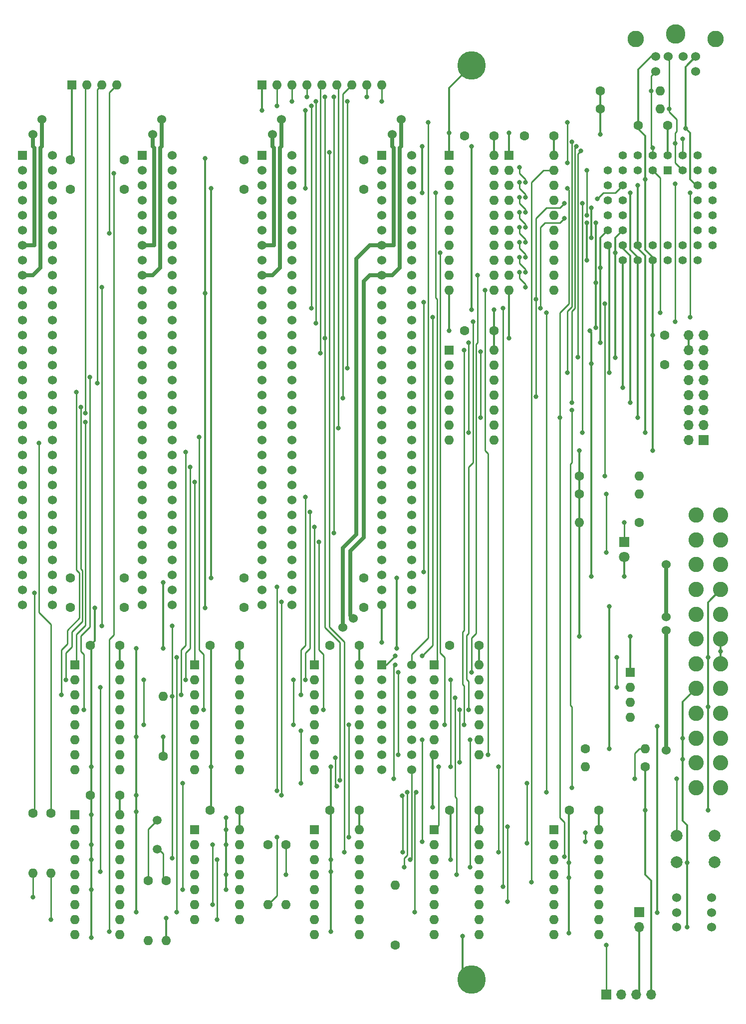
<source format=gbr>
G04 #@! TF.GenerationSoftware,KiCad,Pcbnew,(5.1.8)-1*
G04 #@! TF.CreationDate,2022-05-28T15:46:18-06:00*
G04 #@! TF.ProjectId,Multi,4d756c74-692e-46b6-9963-61645f706362,rev?*
G04 #@! TF.SameCoordinates,Original*
G04 #@! TF.FileFunction,Copper,L2,Bot*
G04 #@! TF.FilePolarity,Positive*
%FSLAX46Y46*%
G04 Gerber Fmt 4.6, Leading zero omitted, Abs format (unit mm)*
G04 Created by KiCad (PCBNEW (5.1.8)-1) date 2022-05-28 15:46:18*
%MOMM*%
%LPD*%
G01*
G04 APERTURE LIST*
G04 #@! TA.AperFunction,ComponentPad*
%ADD10O,1.600000X1.600000*%
G04 #@! TD*
G04 #@! TA.AperFunction,ComponentPad*
%ADD11R,1.600000X1.600000*%
G04 #@! TD*
G04 #@! TA.AperFunction,ComponentPad*
%ADD12C,1.600000*%
G04 #@! TD*
G04 #@! TA.AperFunction,ComponentPad*
%ADD13C,4.826000*%
G04 #@! TD*
G04 #@! TA.AperFunction,ComponentPad*
%ADD14C,1.524000*%
G04 #@! TD*
G04 #@! TA.AperFunction,ComponentPad*
%ADD15O,1.700000X1.700000*%
G04 #@! TD*
G04 #@! TA.AperFunction,ComponentPad*
%ADD16R,1.700000X1.700000*%
G04 #@! TD*
G04 #@! TA.AperFunction,ComponentPad*
%ADD17R,1.524000X1.524000*%
G04 #@! TD*
G04 #@! TA.AperFunction,ComponentPad*
%ADD18C,2.000000*%
G04 #@! TD*
G04 #@! TA.AperFunction,ComponentPad*
%ADD19C,1.800000*%
G04 #@! TD*
G04 #@! TA.AperFunction,ComponentPad*
%ADD20R,1.800000X1.800000*%
G04 #@! TD*
G04 #@! TA.AperFunction,ComponentPad*
%ADD21C,2.590800*%
G04 #@! TD*
G04 #@! TA.AperFunction,ComponentPad*
%ADD22C,2.794000*%
G04 #@! TD*
G04 #@! TA.AperFunction,ComponentPad*
%ADD23C,3.302000*%
G04 #@! TD*
G04 #@! TA.AperFunction,ComponentPad*
%ADD24C,1.500000*%
G04 #@! TD*
G04 #@! TA.AperFunction,ComponentPad*
%ADD25R,1.422400X1.422400*%
G04 #@! TD*
G04 #@! TA.AperFunction,ComponentPad*
%ADD26C,1.422400*%
G04 #@! TD*
G04 #@! TA.AperFunction,ViaPad*
%ADD27C,0.800000*%
G04 #@! TD*
G04 #@! TA.AperFunction,Conductor*
%ADD28C,0.330200*%
G04 #@! TD*
G04 #@! TA.AperFunction,Conductor*
%ADD29C,0.250000*%
G04 #@! TD*
G04 #@! TA.AperFunction,Conductor*
%ADD30C,0.635000*%
G04 #@! TD*
G04 #@! TA.AperFunction,Conductor*
%ADD31C,0.304800*%
G04 #@! TD*
G04 APERTURE END LIST*
D10*
G04 #@! TO.P,U2,20*
G04 #@! TO.N,/5+*
X111506000Y-43942000D03*
G04 #@! TO.P,U2,10*
G04 #@! TO.N,/GND*
X103886000Y-66802000D03*
G04 #@! TO.P,U2,19*
G04 #@! TO.N,/PORT_61_RD*
X111506000Y-46482000D03*
G04 #@! TO.P,U2,9*
G04 #@! TO.N,/D0*
X103886000Y-64262000D03*
G04 #@! TO.P,U2,18*
G04 #@! TO.N,/PORT_61_7*
X111506000Y-49022000D03*
G04 #@! TO.P,U2,8*
G04 #@! TO.N,/D1*
X103886000Y-61722000D03*
G04 #@! TO.P,U2,17*
G04 #@! TO.N,/PORT_61_6*
X111506000Y-51562000D03*
G04 #@! TO.P,U2,7*
G04 #@! TO.N,/D2*
X103886000Y-59182000D03*
G04 #@! TO.P,U2,16*
G04 #@! TO.N,/NMI_EN*
X111506000Y-54102000D03*
G04 #@! TO.P,U2,6*
G04 #@! TO.N,/D3*
X103886000Y-56642000D03*
G04 #@! TO.P,U2,15*
G04 #@! TO.N,/PORT_61_4*
X111506000Y-56642000D03*
G04 #@! TO.P,U2,5*
G04 #@! TO.N,/D4*
X103886000Y-54102000D03*
G04 #@! TO.P,U2,14*
G04 #@! TO.N,/PORT_61_3*
X111506000Y-59182000D03*
G04 #@! TO.P,U2,4*
G04 #@! TO.N,/D5*
X103886000Y-51562000D03*
G04 #@! TO.P,U2,13*
G04 #@! TO.N,/PORT_61_2*
X111506000Y-61722000D03*
G04 #@! TO.P,U2,3*
G04 #@! TO.N,/D6*
X103886000Y-49022000D03*
G04 #@! TO.P,U2,12*
G04 #@! TO.N,/SPK_EN*
X111506000Y-64262000D03*
G04 #@! TO.P,U2,2*
G04 #@! TO.N,/D7*
X103886000Y-46482000D03*
G04 #@! TO.P,U2,11*
G04 #@! TO.N,/SPK_GO*
X111506000Y-66802000D03*
D11*
G04 #@! TO.P,U2,1*
G04 #@! TO.N,/GND*
X103886000Y-43942000D03*
G04 #@! TD*
D12*
G04 #@! TO.P,C13,2*
G04 #@! TO.N,/5+*
X119126000Y-154940000D03*
G04 #@! TO.P,C13,1*
G04 #@! TO.N,/GND*
X114126000Y-154940000D03*
G04 #@! TD*
G04 #@! TO.P,C11,2*
G04 #@! TO.N,/5+*
X111506000Y-40640000D03*
G04 #@! TO.P,C11,1*
G04 #@! TO.N,/GND*
X106506000Y-40640000D03*
G04 #@! TD*
D10*
G04 #@! TO.P,RN3,4*
G04 #@! TO.N,/DRQ0*
X124460000Y-139192000D03*
G04 #@! TO.P,RN3,3*
G04 #@! TO.N,/HOLD*
X124460000Y-136652000D03*
G04 #@! TO.P,RN3,2*
G04 #@! TO.N,/NMI_EN*
X124460000Y-134112000D03*
D11*
G04 #@! TO.P,RN3,1*
G04 #@! TO.N,/GND*
X124460000Y-131572000D03*
G04 #@! TD*
D10*
G04 #@! TO.P,U1,16*
G04 #@! TO.N,/5+*
X119126000Y-158242000D03*
G04 #@! TO.P,U1,8*
G04 #@! TO.N,/GND*
X111506000Y-176022000D03*
G04 #@! TO.P,U1,15*
G04 #@! TO.N,/IO_0061*
X119126000Y-160782000D03*
G04 #@! TO.P,U1,7*
G04 #@! TO.N,Net-(U1-Pad7)*
X111506000Y-173482000D03*
G04 #@! TO.P,U1,14*
G04 #@! TO.N,/IORD*
X119126000Y-163322000D03*
G04 #@! TO.P,U1,6*
G04 #@! TO.N,Net-(U1-Pad6)*
X111506000Y-170942000D03*
G04 #@! TO.P,U1,13*
G04 #@! TO.N,/GND*
X119126000Y-165862000D03*
G04 #@! TO.P,U1,5*
G04 #@! TO.N,Net-(U1-Pad5)*
X111506000Y-168402000D03*
G04 #@! TO.P,U1,12*
G04 #@! TO.N,/PORT_61_RD*
X119126000Y-168402000D03*
G04 #@! TO.P,U1,4*
G04 #@! TO.N,/PORT_0X61_EN*
X111506000Y-165862000D03*
G04 #@! TO.P,U1,11*
G04 #@! TO.N,Net-(U1-Pad11)*
X119126000Y-170942000D03*
G04 #@! TO.P,U1,3*
G04 #@! TO.N,/GND*
X111506000Y-163322000D03*
G04 #@! TO.P,U1,10*
G04 #@! TO.N,Net-(U1-Pad10)*
X119126000Y-173482000D03*
G04 #@! TO.P,U1,2*
G04 #@! TO.N,/IOWR*
X111506000Y-160782000D03*
G04 #@! TO.P,U1,9*
G04 #@! TO.N,Net-(U1-Pad9)*
X119126000Y-176022000D03*
D11*
G04 #@! TO.P,U1,1*
G04 #@! TO.N,/IO_0061*
X111506000Y-158242000D03*
G04 #@! TD*
D13*
G04 #@! TO.P,REF\u002A\u002A,*
G04 #@! TO.N,/GND*
X97536000Y-183642000D03*
G04 #@! TD*
D10*
G04 #@! TO.P,RN1,4*
G04 #@! TO.N,/DRQ2*
X37338000Y-32004000D03*
G04 #@! TO.P,RN1,3*
G04 #@! TO.N,/DRQ3*
X34798000Y-32004000D03*
G04 #@! TO.P,RN1,2*
G04 #@! TO.N,/DRQ1*
X32258000Y-32004000D03*
D11*
G04 #@! TO.P,RN1,1*
G04 #@! TO.N,/GND*
X29718000Y-32004000D03*
G04 #@! TD*
D10*
G04 #@! TO.P,R13,2*
G04 #@! TO.N,/TC*
X125984000Y-101346000D03*
D12*
G04 #@! TO.P,R13,1*
G04 #@! TO.N,/GND*
X115824000Y-101346000D03*
G04 #@! TD*
D10*
G04 #@! TO.P,R12,2*
G04 #@! TO.N,/AEN*
X125984000Y-98298000D03*
D12*
G04 #@! TO.P,R12,1*
G04 #@! TO.N,/GND*
X115824000Y-98298000D03*
G04 #@! TD*
D10*
G04 #@! TO.P,RN2,9*
G04 #@! TO.N,/DACK3*
X82296000Y-32004000D03*
G04 #@! TO.P,RN2,8*
G04 #@! TO.N,/DACK2*
X79756000Y-32004000D03*
G04 #@! TO.P,RN2,7*
G04 #@! TO.N,/DACK1*
X77216000Y-32004000D03*
G04 #@! TO.P,RN2,6*
G04 #@! TO.N,/REFRQ*
X74676000Y-32004000D03*
G04 #@! TO.P,RN2,5*
G04 #@! TO.N,/IORD*
X72136000Y-32004000D03*
G04 #@! TO.P,RN2,4*
G04 #@! TO.N,/IOWR*
X69596000Y-32004000D03*
G04 #@! TO.P,RN2,3*
G04 #@! TO.N,/MRD*
X67056000Y-32004000D03*
G04 #@! TO.P,RN2,2*
G04 #@! TO.N,/MWR*
X64516000Y-32004000D03*
D11*
G04 #@! TO.P,RN2,1*
G04 #@! TO.N,/5+*
X61976000Y-32004000D03*
G04 #@! TD*
D14*
G04 #@! TO.P,R,1*
G04 #@! TO.N,/12+*
X130556000Y-113284000D03*
G04 #@! TD*
G04 #@! TO.P,R,1*
G04 #@! TO.N,/12+*
X130556000Y-122174000D03*
G04 #@! TD*
G04 #@! TO.P,R,1*
G04 #@! TO.N,/12-*
X130556000Y-144780000D03*
G04 #@! TD*
G04 #@! TO.P,R,1*
G04 #@! TO.N,/12-*
X130556000Y-124460000D03*
G04 #@! TD*
D10*
G04 #@! TO.P,R9,2*
G04 #@! TO.N,/T1*
X129540000Y-36040000D03*
D12*
G04 #@! TO.P,R9,1*
G04 #@! TO.N,/5+*
X119380000Y-36040000D03*
G04 #@! TD*
D10*
G04 #@! TO.P,R8,2*
G04 #@! TO.N,/T0*
X129540000Y-33020000D03*
D12*
G04 #@! TO.P,R8,1*
G04 #@! TO.N,/5+*
X119380000Y-33020000D03*
G04 #@! TD*
D10*
G04 #@! TO.P,R7,2*
G04 #@! TO.N,/CH_CK*
X116840000Y-147574000D03*
D12*
G04 #@! TO.P,R7,1*
G04 #@! TO.N,/5+*
X127000000Y-147574000D03*
G04 #@! TD*
D10*
G04 #@! TO.P,R6,2*
G04 #@! TO.N,/RDY1*
X45212000Y-135636000D03*
D12*
G04 #@! TO.P,R6,1*
G04 #@! TO.N,/5+*
X45212000Y-145796000D03*
G04 #@! TD*
D14*
G04 #@! TO.P,R,1*
G04 #@! TO.N,/12-*
X75692000Y-123952000D03*
G04 #@! TD*
G04 #@! TO.P,R,1*
G04 #@! TO.N,/12+*
X77470000Y-122428000D03*
G04 #@! TD*
D12*
G04 #@! TO.P,C10,2*
G04 #@! TO.N,/5+*
X130302000Y-79422000D03*
G04 #@! TO.P,C10,1*
G04 #@! TO.N,/GND*
X130302000Y-74422000D03*
G04 #@! TD*
G04 #@! TO.P,C9,2*
G04 #@! TO.N,/5+*
X130810000Y-38862000D03*
G04 #@! TO.P,C9,1*
G04 #@! TO.N,/GND*
X125810000Y-38862000D03*
G04 #@! TD*
D10*
G04 #@! TO.P,R4,2*
G04 #@! TO.N,/GND*
X42672000Y-177038000D03*
D12*
G04 #@! TO.P,R4,1*
G04 #@! TO.N,/X1_8284*
X42672000Y-166878000D03*
G04 #@! TD*
D10*
G04 #@! TO.P,R2,2*
G04 #@! TO.N,/GND*
X45720000Y-177038000D03*
D12*
G04 #@! TO.P,R2,1*
G04 #@! TO.N,/X2_8284*
X45720000Y-166878000D03*
G04 #@! TD*
D10*
G04 #@! TO.P,R18,2*
G04 #@! TO.N,/CLK*
X26162000Y-165608000D03*
D12*
G04 #@! TO.P,R18,1*
G04 #@! TO.N,/CLK88*
X26162000Y-155448000D03*
G04 #@! TD*
D10*
G04 #@! TO.P,R17,2*
G04 #@! TO.N,/PCLK*
X62992000Y-170942000D03*
D12*
G04 #@! TO.P,R17,1*
G04 #@! TO.N,/PCLK88*
X62992000Y-160782000D03*
G04 #@! TD*
D10*
G04 #@! TO.P,R14,2*
G04 #@! TO.N,/OSC*
X23114000Y-165608000D03*
D12*
G04 #@! TO.P,R14,1*
G04 #@! TO.N,/OSC88*
X23114000Y-155448000D03*
G04 #@! TD*
D10*
G04 #@! TO.P,R5,2*
G04 #@! TO.N,/RESET*
X127000000Y-144526000D03*
D12*
G04 #@! TO.P,R5,1*
G04 #@! TO.N,/POWER_GOOD*
X116840000Y-144526000D03*
G04 #@! TD*
D10*
G04 #@! TO.P,R3,2*
G04 #@! TO.N,/OSC*
X66040000Y-170942000D03*
D12*
G04 #@! TO.P,R3,1*
G04 #@! TO.N,/OSC88HF*
X66040000Y-160782000D03*
G04 #@! TD*
D10*
G04 #@! TO.P,U3,2*
G04 #@! TO.N,/SPK_PIN*
X84582000Y-167640000D03*
D12*
G04 #@! TO.P,U3,1*
G04 #@! TO.N,/SPK_PIN_O*
X84582000Y-177800000D03*
G04 #@! TD*
D15*
G04 #@! TO.P,J6,2*
G04 #@! TO.N,/GND*
X125984000Y-174752000D03*
D16*
G04 #@! TO.P,J6,1*
G04 #@! TO.N,/POWER_ON*
X125984000Y-172212000D03*
G04 #@! TD*
D15*
G04 #@! TO.P,J3,4*
G04 #@! TO.N,/5+*
X128016000Y-186182000D03*
G04 #@! TO.P,J3,3*
G04 #@! TO.N,/GND*
X125476000Y-186182000D03*
G04 #@! TO.P,J3,2*
G04 #@! TO.N,Net-(J3-Pad2)*
X122936000Y-186182000D03*
D16*
G04 #@! TO.P,J3,1*
G04 #@! TO.N,/SPK_PIN_O*
X120396000Y-186182000D03*
G04 #@! TD*
D12*
G04 #@! TO.P,C1,2*
G04 #@! TO.N,/5+*
X101346000Y-73660000D03*
G04 #@! TO.P,C1,1*
G04 #@! TO.N,/GND*
X96346000Y-73660000D03*
G04 #@! TD*
D10*
G04 #@! TO.P,U117,16*
G04 #@! TO.N,/5+*
X78486000Y-158242000D03*
G04 #@! TO.P,U117,8*
G04 #@! TO.N,/GND*
X70866000Y-176022000D03*
G04 #@! TO.P,U117,15*
G04 #@! TO.N,/SPK_EN_*
X78486000Y-160782000D03*
G04 #@! TO.P,U117,7*
G04 #@! TO.N,Net-(U117-Pad7)*
X70866000Y-173482000D03*
G04 #@! TO.P,U117,14*
G04 #@! TO.N,/SPK_OUT*
X78486000Y-163322000D03*
G04 #@! TO.P,U117,6*
G04 #@! TO.N,Net-(U117-Pad6)*
X70866000Y-170942000D03*
G04 #@! TO.P,U117,13*
G04 #@! TO.N,/GND*
X78486000Y-165862000D03*
G04 #@! TO.P,U117,5*
G04 #@! TO.N,Net-(U117-Pad5)*
X70866000Y-168402000D03*
G04 #@! TO.P,U117,12*
G04 #@! TO.N,/SPK_PIN*
X78486000Y-168402000D03*
G04 #@! TO.P,U117,4*
G04 #@! TO.N,Net-(U117-Pad4)*
X70866000Y-165862000D03*
G04 #@! TO.P,U117,11*
G04 #@! TO.N,Net-(U117-Pad11)*
X78486000Y-170942000D03*
G04 #@! TO.P,U117,3*
G04 #@! TO.N,Net-(U117-Pad3)*
X70866000Y-163322000D03*
G04 #@! TO.P,U117,10*
G04 #@! TO.N,Net-(U117-Pad10)*
X78486000Y-173482000D03*
G04 #@! TO.P,U117,2*
G04 #@! TO.N,Net-(U117-Pad2)*
X70866000Y-160782000D03*
G04 #@! TO.P,U117,9*
G04 #@! TO.N,Net-(U117-Pad9)*
X78486000Y-176022000D03*
D11*
G04 #@! TO.P,U117,1*
G04 #@! TO.N,Net-(U117-Pad1)*
X70866000Y-158242000D03*
G04 #@! TD*
D14*
G04 #@! TO.P,J10,16*
G04 #@! TO.N,/RESET*
X87376000Y-130302000D03*
G04 #@! TO.P,J10,15*
G04 #@! TO.N,/READY*
X87376000Y-132842000D03*
D17*
G04 #@! TO.P,J10,1*
G04 #@! TO.N,/IRQ1*
X82296000Y-130302000D03*
D14*
G04 #@! TO.P,J10,2*
G04 #@! TO.N,/IO_000X*
X82296000Y-132842000D03*
G04 #@! TO.P,J10,3*
G04 #@! TO.N,/IO_002X*
X82296000Y-135382000D03*
G04 #@! TO.P,J10,4*
G04 #@! TO.N,/IO_004X*
X82296000Y-137922000D03*
G04 #@! TO.P,J10,5*
G04 #@! TO.N,/IO_006X*
X82296000Y-140462000D03*
G04 #@! TO.P,J10,6*
G04 #@! TO.N,/IO_008X*
X82296000Y-143002000D03*
G04 #@! TO.P,J10,7*
G04 #@! TO.N,Net-(J10-Pad7)*
X82296000Y-145542000D03*
G04 #@! TO.P,J10,8*
G04 #@! TO.N,/NMI*
X82296000Y-148082000D03*
G04 #@! TO.P,J10,9*
G04 #@! TO.N,/SPK_OUT*
X87376000Y-148082000D03*
G04 #@! TO.P,J10,10*
G04 #@! TO.N,/SPK_GO*
X87376000Y-145542000D03*
G04 #@! TO.P,J10,11*
G04 #@! TO.N,/HF_PCLK*
X87376000Y-143002000D03*
G04 #@! TO.P,J10,12*
G04 #@! TO.N,/DRQ0*
X87376000Y-140462000D03*
G04 #@! TO.P,J10,13*
G04 #@! TO.N,/HOLDA*
X87376000Y-137922000D03*
G04 #@! TO.P,J10,14*
G04 #@! TO.N,/HOLD*
X87376000Y-135382000D03*
G04 #@! TD*
D18*
G04 #@! TO.P,SW1,1*
G04 #@! TO.N,/RESET*
X138834000Y-159258000D03*
G04 #@! TO.P,SW1,2*
G04 #@! TO.N,/GND*
X138834000Y-163758000D03*
G04 #@! TO.P,SW1,1*
G04 #@! TO.N,/RESET*
X132334000Y-159258000D03*
G04 #@! TO.P,SW1,2*
G04 #@! TO.N,/GND*
X132334000Y-163758000D03*
G04 #@! TD*
D10*
G04 #@! TO.P,R1,2*
G04 #@! TO.N,/GND*
X115824000Y-106172000D03*
D12*
G04 #@! TO.P,R1,1*
G04 #@! TO.N,/LED_GND*
X125984000Y-106172000D03*
G04 #@! TD*
D19*
G04 #@! TO.P,D1,2*
G04 #@! TO.N,/5+*
X123444000Y-112014000D03*
D20*
G04 #@! TO.P,D1,1*
G04 #@! TO.N,/LED_GND*
X123444000Y-109474000D03*
G04 #@! TD*
D12*
G04 #@! TO.P,C7,2*
G04 #@! TO.N,/5+*
X101346000Y-40640000D03*
G04 #@! TO.P,C7,1*
G04 #@! TO.N,/GND*
X96346000Y-40640000D03*
G04 #@! TD*
D14*
G04 #@! TO.P,8x8mm1,6*
G04 #@! TO.N,Net-(8x8mm1-Pad6)*
X138334000Y-169752000D03*
G04 #@! TO.P,8x8mm1,5*
G04 #@! TO.N,Net-(8x8mm1-Pad5)*
X138334000Y-172252000D03*
G04 #@! TO.P,8x8mm1,4*
G04 #@! TO.N,Net-(8x8mm1-Pad4)*
X138334000Y-174752000D03*
G04 #@! TO.P,8x8mm1,3*
G04 #@! TO.N,/GND*
X132334000Y-174752000D03*
G04 #@! TO.P,8x8mm1,2*
G04 #@! TO.N,/POWER_ON*
X132334000Y-172252000D03*
G04 #@! TO.P,8x8mm1,1*
G04 #@! TO.N,Net-(8x8mm1-Pad1)*
X132334000Y-169752000D03*
G04 #@! TD*
D21*
G04 #@! TO.P,ATXPOWER1,14*
G04 #@! TO.N,/12-*
X139836000Y-146902000D03*
G04 #@! TO.P,ATXPOWER1,13*
G04 #@! TO.N,Net-(ATXPOWER1-Pad13)*
X139836000Y-151102000D03*
G04 #@! TO.P,ATXPOWER1,15*
G04 #@! TO.N,/GND*
X139836000Y-142702000D03*
G04 #@! TO.P,ATXPOWER1,24*
G04 #@! TO.N,Net-(ATXPOWER1-Pad24)*
X139836000Y-104902000D03*
G04 #@! TO.P,ATXPOWER1,23*
G04 #@! TO.N,Net-(ATXPOWER1-Pad23)*
X139836000Y-109102000D03*
G04 #@! TO.P,ATXPOWER1,22*
G04 #@! TO.N,Net-(ATXPOWER1-Pad22)*
X139836000Y-113302000D03*
G04 #@! TO.P,ATXPOWER1,21*
G04 #@! TO.N,/5+*
X139836000Y-117502000D03*
G04 #@! TO.P,ATXPOWER1,18*
G04 #@! TO.N,/GND*
X139836000Y-130102000D03*
G04 #@! TO.P,ATXPOWER1,20*
G04 #@! TO.N,Net-(ATXPOWER1-Pad20)*
X139836000Y-121702000D03*
G04 #@! TO.P,ATXPOWER1,19*
G04 #@! TO.N,/GND*
X139836000Y-125902000D03*
G04 #@! TO.P,ATXPOWER1,16*
G04 #@! TO.N,/POWER_ON*
X139836000Y-138502000D03*
G04 #@! TO.P,ATXPOWER1,17*
G04 #@! TO.N,Net-(ATXPOWER1-Pad17)*
X139836000Y-134302000D03*
G04 #@! TO.P,ATXPOWER1,1*
G04 #@! TO.N,Net-(ATXPOWER1-Pad1)*
X135636000Y-151102000D03*
G04 #@! TO.P,ATXPOWER1,2*
G04 #@! TO.N,Net-(ATXPOWER1-Pad2)*
X135636000Y-146902000D03*
G04 #@! TO.P,ATXPOWER1,3*
G04 #@! TO.N,/GND*
X135636000Y-142702000D03*
G04 #@! TO.P,ATXPOWER1,4*
G04 #@! TO.N,/5+*
X135636000Y-138502000D03*
G04 #@! TO.P,ATXPOWER1,5*
G04 #@! TO.N,/GND*
X135636000Y-134302000D03*
G04 #@! TO.P,ATXPOWER1,6*
G04 #@! TO.N,/5+*
X135636000Y-130102000D03*
G04 #@! TO.P,ATXPOWER1,7*
G04 #@! TO.N,Net-(ATXPOWER1-Pad7)*
X135636000Y-125902000D03*
G04 #@! TO.P,ATXPOWER1,8*
G04 #@! TO.N,/POWER_GOOD*
X135636000Y-121702000D03*
G04 #@! TO.P,ATXPOWER1,9*
G04 #@! TO.N,Net-(ATXPOWER1-Pad9)*
X135636000Y-117502000D03*
G04 #@! TO.P,ATXPOWER1,10*
G04 #@! TO.N,/12+*
X135636000Y-113302000D03*
G04 #@! TO.P,ATXPOWER1,11*
G04 #@! TO.N,Net-(ATXPOWER1-Pad11)*
X135636000Y-109102000D03*
G04 #@! TO.P,ATXPOWER1,12*
G04 #@! TO.N,Net-(ATXPOWER1-Pad12)*
X135636000Y-104902000D03*
G04 #@! TD*
D12*
G04 #@! TO.P,C29,2*
G04 #@! TO.N,/5+*
X38608000Y-115570000D03*
G04 #@! TO.P,C29,1*
G04 #@! TO.N,/GND*
X38608000Y-120570000D03*
G04 #@! TD*
G04 #@! TO.P,C28,2*
G04 #@! TO.N,/5+*
X58928000Y-115570000D03*
G04 #@! TO.P,C28,1*
G04 #@! TO.N,/GND*
X58928000Y-120570000D03*
G04 #@! TD*
G04 #@! TO.P,C27,2*
G04 #@! TO.N,/5+*
X29464000Y-115570000D03*
G04 #@! TO.P,C27,1*
G04 #@! TO.N,/GND*
X29464000Y-120570000D03*
G04 #@! TD*
G04 #@! TO.P,C26,2*
G04 #@! TO.N,/5+*
X79248000Y-115570000D03*
G04 #@! TO.P,C26,1*
G04 #@! TO.N,/GND*
X79248000Y-120570000D03*
G04 #@! TD*
G04 #@! TO.P,C25,2*
G04 #@! TO.N,/5+*
X38608000Y-49704000D03*
G04 #@! TO.P,C25,1*
G04 #@! TO.N,/GND*
X38608000Y-44704000D03*
G04 #@! TD*
G04 #@! TO.P,C24,2*
G04 #@! TO.N,/5+*
X29464000Y-49704000D03*
G04 #@! TO.P,C24,1*
G04 #@! TO.N,/GND*
X29464000Y-44704000D03*
G04 #@! TD*
G04 #@! TO.P,C23,2*
G04 #@! TO.N,/5+*
X79248000Y-49704000D03*
G04 #@! TO.P,C23,1*
G04 #@! TO.N,/GND*
X79248000Y-44704000D03*
G04 #@! TD*
G04 #@! TO.P,C22,2*
G04 #@! TO.N,/5+*
X58928000Y-49704000D03*
G04 #@! TO.P,C22,1*
G04 #@! TO.N,/GND*
X58928000Y-44704000D03*
G04 #@! TD*
D22*
G04 #@! TO.P,J2,*
G04 #@! TO.N,*
X125425200Y-24180800D03*
X138938000Y-24180800D03*
D23*
X132181600Y-23368000D03*
D14*
G04 #@! TO.P,J2,6*
G04 #@! TO.N,Net-(J2-Pad6)*
X135585200Y-29667200D03*
G04 #@! TO.P,J2,5*
G04 #@! TO.N,/T0*
X128778000Y-29667200D03*
G04 #@! TO.P,J2,2*
G04 #@! TO.N,Net-(J2-Pad2)*
X133477000Y-27178000D03*
G04 #@! TO.P,J2,1*
G04 #@! TO.N,/T1*
X130886200Y-27178000D03*
G04 #@! TO.P,J2,4*
G04 #@! TO.N,/5+*
X135585200Y-27178000D03*
G04 #@! TO.P,J2,3*
G04 #@! TO.N,/GND*
X128778000Y-27178000D03*
G04 #@! TD*
D11*
G04 #@! TO.P,U17,1*
G04 #@! TO.N,/NMI_EN_139*
X91186000Y-158242000D03*
D10*
G04 #@! TO.P,U17,9*
G04 #@! TO.N,Net-(U17-Pad9)*
X98806000Y-176022000D03*
G04 #@! TO.P,U17,2*
G04 #@! TO.N,/CH_CK*
X91186000Y-160782000D03*
G04 #@! TO.P,U17,10*
G04 #@! TO.N,Net-(U17-Pad10)*
X98806000Y-173482000D03*
G04 #@! TO.P,U17,3*
G04 #@! TO.N,/GND*
X91186000Y-163322000D03*
G04 #@! TO.P,U17,11*
G04 #@! TO.N,/IO_0061*
X98806000Y-170942000D03*
G04 #@! TO.P,U17,4*
G04 #@! TO.N,/NMI_INPUT*
X91186000Y-165862000D03*
G04 #@! TO.P,U17,12*
G04 #@! TO.N,/IO_0060*
X98806000Y-168402000D03*
G04 #@! TO.P,U17,5*
G04 #@! TO.N,Net-(U17-Pad5)*
X91186000Y-168402000D03*
G04 #@! TO.P,U17,13*
G04 #@! TO.N,/A1*
X98806000Y-165862000D03*
G04 #@! TO.P,U17,6*
G04 #@! TO.N,Net-(U17-Pad6)*
X91186000Y-170942000D03*
G04 #@! TO.P,U17,14*
G04 #@! TO.N,/A0*
X98806000Y-163322000D03*
G04 #@! TO.P,U17,7*
G04 #@! TO.N,Net-(U17-Pad7)*
X91186000Y-173482000D03*
G04 #@! TO.P,U17,15*
G04 #@! TO.N,/IO_006X*
X98806000Y-160782000D03*
G04 #@! TO.P,U17,8*
G04 #@! TO.N,/GND*
X91186000Y-176022000D03*
G04 #@! TO.P,U17,16*
G04 #@! TO.N,/5+*
X98806000Y-158242000D03*
G04 #@! TD*
D14*
G04 #@! TO.P,R,1*
G04 #@! TO.N,/12-*
X43434000Y-40386000D03*
G04 #@! TD*
G04 #@! TO.P,R,1*
G04 #@! TO.N,/12+*
X44958000Y-37846000D03*
G04 #@! TD*
G04 #@! TO.P,R,1*
G04 #@! TO.N,/12+*
X24638000Y-37846000D03*
G04 #@! TD*
G04 #@! TO.P,R,1*
G04 #@! TO.N,/12-*
X23114000Y-40386000D03*
G04 #@! TD*
D13*
G04 #@! TO.P,REF\u002A\u002A,*
G04 #@! TO.N,/GND*
X97536000Y-28702000D03*
G04 #@! TD*
D14*
G04 #@! TO.P,R,1*
G04 #@! TO.N,/12-*
X84074000Y-40386000D03*
G04 #@! TD*
G04 #@! TO.P,R,1*
G04 #@! TO.N,/12+*
X85598000Y-37846000D03*
G04 #@! TD*
G04 #@! TO.P,R,1*
G04 #@! TO.N,/12-*
X63754000Y-40386000D03*
G04 #@! TD*
G04 #@! TO.P,R,1*
G04 #@! TO.N,/12+*
X65278000Y-37846000D03*
G04 #@! TD*
D15*
G04 #@! TO.P,CH376,16*
G04 #@! TO.N,/GND*
X134366000Y-74422000D03*
G04 #@! TO.P,CH376,15*
G04 #@! TO.N,/D0*
X136906000Y-74422000D03*
G04 #@! TO.P,CH376,14*
G04 #@! TO.N,/GND*
X134366000Y-76962000D03*
G04 #@! TO.P,CH376,13*
G04 #@! TO.N,/D1*
X136906000Y-76962000D03*
G04 #@! TO.P,CH376,12*
G04 #@! TO.N,/5+*
X134366000Y-79502000D03*
G04 #@! TO.P,CH376,11*
G04 #@! TO.N,/D2*
X136906000Y-79502000D03*
G04 #@! TO.P,CH376,10*
G04 #@! TO.N,/IN_IRQ6*
X134366000Y-82042000D03*
G04 #@! TO.P,CH376,9*
G04 #@! TO.N,/D3*
X136906000Y-82042000D03*
G04 #@! TO.P,CH376,8*
G04 #@! TO.N,/A2*
X134366000Y-84582000D03*
G04 #@! TO.P,CH376,7*
G04 #@! TO.N,/D4*
X136906000Y-84582000D03*
G04 #@! TO.P,CH376,6*
G04 #@! TO.N,/IO_00EX*
X134366000Y-87122000D03*
G04 #@! TO.P,CH376,5*
G04 #@! TO.N,/D5*
X136906000Y-87122000D03*
G04 #@! TO.P,CH376,4*
G04 #@! TO.N,/IORD*
X134366000Y-89662000D03*
G04 #@! TO.P,CH376,3*
G04 #@! TO.N,/D6*
X136906000Y-89662000D03*
G04 #@! TO.P,CH376,2*
G04 #@! TO.N,/IOWR*
X134366000Y-92202000D03*
D16*
G04 #@! TO.P,CH376,1*
G04 #@! TO.N,/D7*
X136906000Y-92202000D03*
G04 #@! TD*
D10*
G04 #@! TO.P,U9,16*
G04 #@! TO.N,/5+*
X37846000Y-130302000D03*
G04 #@! TO.P,U9,8*
G04 #@! TO.N,/GND*
X30226000Y-148082000D03*
G04 #@! TO.P,U9,15*
G04 #@! TO.N,/IO_0XXX*
X37846000Y-132842000D03*
G04 #@! TO.P,U9,7*
G04 #@! TO.N,Net-(U9-Pad7)*
X30226000Y-145542000D03*
G04 #@! TO.P,U9,14*
G04 #@! TO.N,Net-(U9-Pad14)*
X37846000Y-135382000D03*
G04 #@! TO.P,U9,6*
G04 #@! TO.N,/5+*
X30226000Y-143002000D03*
G04 #@! TO.P,U9,13*
G04 #@! TO.N,Net-(U9-Pad13)*
X37846000Y-137922000D03*
G04 #@! TO.P,U9,5*
G04 #@! TO.N,/HOLDA*
X30226000Y-140462000D03*
G04 #@! TO.P,U9,12*
G04 #@! TO.N,Net-(U9-Pad12)*
X37846000Y-140462000D03*
G04 #@! TO.P,U9,4*
G04 #@! TO.N,/A15*
X30226000Y-137922000D03*
G04 #@! TO.P,U9,11*
G04 #@! TO.N,Net-(U9-Pad11)*
X37846000Y-143002000D03*
G04 #@! TO.P,U9,3*
G04 #@! TO.N,/A14*
X30226000Y-135382000D03*
G04 #@! TO.P,U9,10*
G04 #@! TO.N,Net-(U9-Pad10)*
X37846000Y-145542000D03*
G04 #@! TO.P,U9,2*
G04 #@! TO.N,/A13*
X30226000Y-132842000D03*
G04 #@! TO.P,U9,9*
G04 #@! TO.N,Net-(U9-Pad9)*
X37846000Y-148082000D03*
D11*
G04 #@! TO.P,U9,1*
G04 #@! TO.N,/A12*
X30226000Y-130302000D03*
G04 #@! TD*
G04 #@! TO.P,U11,1*
G04 #@! TO.N,/GND*
X30226000Y-155702000D03*
D10*
G04 #@! TO.P,U11,10*
G04 #@! TO.N,/RESOUT*
X37846000Y-176022000D03*
G04 #@! TO.P,U11,2*
G04 #@! TO.N,/PCLK*
X30226000Y-158242000D03*
G04 #@! TO.P,U11,11*
G04 #@! TO.N,/RESET*
X37846000Y-173482000D03*
G04 #@! TO.P,U11,3*
G04 #@! TO.N,/GND*
X30226000Y-160782000D03*
G04 #@! TO.P,U11,12*
G04 #@! TO.N,/OSC*
X37846000Y-170942000D03*
G04 #@! TO.P,U11,4*
G04 #@! TO.N,/RDY1*
X30226000Y-163322000D03*
G04 #@! TO.P,U11,13*
G04 #@! TO.N,/GND*
X37846000Y-168402000D03*
G04 #@! TO.P,U11,5*
G04 #@! TO.N,/READY*
X30226000Y-165862000D03*
G04 #@! TO.P,U11,14*
G04 #@! TO.N,Net-(U11-Pad14)*
X37846000Y-165862000D03*
G04 #@! TO.P,U11,6*
G04 #@! TO.N,/GND*
X30226000Y-168402000D03*
G04 #@! TO.P,U11,15*
X37846000Y-163322000D03*
G04 #@! TO.P,U11,7*
G04 #@! TO.N,/5+*
X30226000Y-170942000D03*
G04 #@! TO.P,U11,16*
G04 #@! TO.N,/X2_8284*
X37846000Y-160782000D03*
G04 #@! TO.P,U11,8*
G04 #@! TO.N,/CLK*
X30226000Y-173482000D03*
G04 #@! TO.P,U11,17*
G04 #@! TO.N,/X1_8284*
X37846000Y-158242000D03*
G04 #@! TO.P,U11,9*
G04 #@! TO.N,/GND*
X30226000Y-176022000D03*
G04 #@! TO.P,U11,18*
G04 #@! TO.N,/5+*
X37846000Y-155702000D03*
G04 #@! TD*
D11*
G04 #@! TO.P,U12,1*
G04 #@! TO.N,/A8*
X50546000Y-130302000D03*
D10*
G04 #@! TO.P,U12,9*
G04 #@! TO.N,Net-(U12-Pad9)*
X58166000Y-148082000D03*
G04 #@! TO.P,U12,2*
G04 #@! TO.N,/A9*
X50546000Y-132842000D03*
G04 #@! TO.P,U12,10*
G04 #@! TO.N,Net-(U12-Pad10)*
X58166000Y-145542000D03*
G04 #@! TO.P,U12,3*
G04 #@! TO.N,/A10*
X50546000Y-135382000D03*
G04 #@! TO.P,U12,11*
G04 #@! TO.N,Net-(U12-Pad11)*
X58166000Y-143002000D03*
G04 #@! TO.P,U12,4*
G04 #@! TO.N,/A11*
X50546000Y-137922000D03*
G04 #@! TO.P,U12,12*
G04 #@! TO.N,Net-(U12-Pad12)*
X58166000Y-140462000D03*
G04 #@! TO.P,U12,5*
G04 #@! TO.N,/IO_0XXX*
X50546000Y-140462000D03*
G04 #@! TO.P,U12,13*
G04 #@! TO.N,Net-(U12-Pad13)*
X58166000Y-137922000D03*
G04 #@! TO.P,U12,6*
G04 #@! TO.N,/5+*
X50546000Y-143002000D03*
G04 #@! TO.P,U12,14*
G04 #@! TO.N,Net-(U12-Pad14)*
X58166000Y-135382000D03*
G04 #@! TO.P,U12,7*
G04 #@! TO.N,Net-(U12-Pad7)*
X50546000Y-145542000D03*
G04 #@! TO.P,U12,15*
G04 #@! TO.N,/IO_00XX*
X58166000Y-132842000D03*
G04 #@! TO.P,U12,8*
G04 #@! TO.N,/GND*
X50546000Y-148082000D03*
G04 #@! TO.P,U12,16*
G04 #@! TO.N,/5+*
X58166000Y-130302000D03*
G04 #@! TD*
D11*
G04 #@! TO.P,U13,1*
G04 #@! TO.N,/A5*
X70866000Y-130302000D03*
D10*
G04 #@! TO.P,U13,9*
G04 #@! TO.N,Net-(U13-Pad9)*
X78486000Y-148082000D03*
G04 #@! TO.P,U13,2*
G04 #@! TO.N,/A6*
X70866000Y-132842000D03*
G04 #@! TO.P,U13,10*
G04 #@! TO.N,Net-(U13-Pad10)*
X78486000Y-145542000D03*
G04 #@! TO.P,U13,3*
G04 #@! TO.N,/A7*
X70866000Y-135382000D03*
G04 #@! TO.P,U13,11*
G04 #@! TO.N,/IO_008X*
X78486000Y-143002000D03*
G04 #@! TO.P,U13,4*
G04 #@! TO.N,/A4*
X70866000Y-137922000D03*
G04 #@! TO.P,U13,12*
G04 #@! TO.N,/IO_006X*
X78486000Y-140462000D03*
G04 #@! TO.P,U13,5*
G04 #@! TO.N,/IO_00XX*
X70866000Y-140462000D03*
G04 #@! TO.P,U13,13*
G04 #@! TO.N,/IO_004X*
X78486000Y-137922000D03*
G04 #@! TO.P,U13,6*
G04 #@! TO.N,/5+*
X70866000Y-143002000D03*
G04 #@! TO.P,U13,14*
G04 #@! TO.N,/IO_002X*
X78486000Y-135382000D03*
G04 #@! TO.P,U13,7*
G04 #@! TO.N,/IO_00EX*
X70866000Y-145542000D03*
G04 #@! TO.P,U13,15*
G04 #@! TO.N,/IO_000X*
X78486000Y-132842000D03*
G04 #@! TO.P,U13,8*
G04 #@! TO.N,/GND*
X70866000Y-148082000D03*
G04 #@! TO.P,U13,16*
G04 #@! TO.N,/5+*
X78486000Y-130302000D03*
G04 #@! TD*
D11*
G04 #@! TO.P,U14,1*
G04 #@! TO.N,/5+*
X50546000Y-158242000D03*
D10*
G04 #@! TO.P,U14,8*
G04 #@! TO.N,/FB1*
X58166000Y-173482000D03*
G04 #@! TO.P,U14,2*
G04 #@! TO.N,/FB2*
X50546000Y-160782000D03*
G04 #@! TO.P,U14,9*
G04 #@! TO.N,/HF_OSC*
X58166000Y-170942000D03*
G04 #@! TO.P,U14,3*
G04 #@! TO.N,/PCLK88*
X50546000Y-163322000D03*
G04 #@! TO.P,U14,10*
G04 #@! TO.N,/5+*
X58166000Y-168402000D03*
G04 #@! TO.P,U14,4*
X50546000Y-165862000D03*
G04 #@! TO.P,U14,11*
G04 #@! TO.N,/OSC88HF*
X58166000Y-165862000D03*
G04 #@! TO.P,U14,5*
G04 #@! TO.N,/HF_PCLK*
X50546000Y-168402000D03*
G04 #@! TO.P,U14,12*
G04 #@! TO.N,/FB1*
X58166000Y-163322000D03*
G04 #@! TO.P,U14,6*
G04 #@! TO.N,/FB2*
X50546000Y-170942000D03*
G04 #@! TO.P,U14,13*
G04 #@! TO.N,/5+*
X58166000Y-160782000D03*
G04 #@! TO.P,U14,7*
G04 #@! TO.N,/GND*
X50546000Y-173482000D03*
G04 #@! TO.P,U14,14*
G04 #@! TO.N,/5+*
X58166000Y-158242000D03*
G04 #@! TD*
D11*
G04 #@! TO.P,U15,1*
G04 #@! TO.N,/GND*
X93726000Y-43942000D03*
D10*
G04 #@! TO.P,U15,11*
G04 #@! TO.N,/PORT_0X61_CS*
X101346000Y-66802000D03*
G04 #@! TO.P,U15,2*
G04 #@! TO.N,/D7*
X93726000Y-46482000D03*
G04 #@! TO.P,U15,12*
G04 #@! TO.N,/SPK_GO*
X101346000Y-64262000D03*
G04 #@! TO.P,U15,3*
G04 #@! TO.N,/D6*
X93726000Y-49022000D03*
G04 #@! TO.P,U15,13*
G04 #@! TO.N,/SPK_EN*
X101346000Y-61722000D03*
G04 #@! TO.P,U15,4*
G04 #@! TO.N,/D5*
X93726000Y-51562000D03*
G04 #@! TO.P,U15,14*
G04 #@! TO.N,/PORT_61_2*
X101346000Y-59182000D03*
G04 #@! TO.P,U15,5*
G04 #@! TO.N,/D4*
X93726000Y-54102000D03*
G04 #@! TO.P,U15,15*
G04 #@! TO.N,/PORT_61_3*
X101346000Y-56642000D03*
G04 #@! TO.P,U15,6*
G04 #@! TO.N,/D3*
X93726000Y-56642000D03*
G04 #@! TO.P,U15,16*
G04 #@! TO.N,/PORT_61_4*
X101346000Y-54102000D03*
G04 #@! TO.P,U15,7*
G04 #@! TO.N,/D2*
X93726000Y-59182000D03*
G04 #@! TO.P,U15,17*
G04 #@! TO.N,/NMI_EN*
X101346000Y-51562000D03*
G04 #@! TO.P,U15,8*
G04 #@! TO.N,/D1*
X93726000Y-61722000D03*
G04 #@! TO.P,U15,18*
G04 #@! TO.N,/PORT_61_6*
X101346000Y-49022000D03*
G04 #@! TO.P,U15,9*
G04 #@! TO.N,/D0*
X93726000Y-64262000D03*
G04 #@! TO.P,U15,19*
G04 #@! TO.N,/PORT_61_7*
X101346000Y-46482000D03*
G04 #@! TO.P,U15,10*
G04 #@! TO.N,/GND*
X93726000Y-66802000D03*
G04 #@! TO.P,U15,20*
G04 #@! TO.N,/5+*
X101346000Y-43942000D03*
G04 #@! TD*
D11*
G04 #@! TO.P,U16,1*
G04 #@! TO.N,/NMI_EN*
X91186000Y-130302000D03*
D10*
G04 #@! TO.P,U16,8*
G04 #@! TO.N,/PORT_0X61_CS*
X98806000Y-145542000D03*
G04 #@! TO.P,U16,2*
G04 #@! TO.N,/NMI_EN_139*
X91186000Y-132842000D03*
G04 #@! TO.P,U16,9*
G04 #@! TO.N,/PORT_0X61_EN*
X98806000Y-143002000D03*
G04 #@! TO.P,U16,3*
G04 #@! TO.N,/NMI_INPUT*
X91186000Y-135382000D03*
G04 #@! TO.P,U16,10*
G04 #@! TO.N,/KBD_CLK_INVERTED*
X98806000Y-140462000D03*
G04 #@! TO.P,U16,4*
G04 #@! TO.N,/NMI*
X91186000Y-137922000D03*
G04 #@! TO.P,U16,11*
G04 #@! TO.N,/KBD_CLK*
X98806000Y-137922000D03*
G04 #@! TO.P,U16,5*
G04 #@! TO.N,/SPK_EN*
X91186000Y-140462000D03*
G04 #@! TO.P,U16,12*
G04 #@! TO.N,Net-(U16-Pad12)*
X98806000Y-135382000D03*
G04 #@! TO.P,U16,6*
G04 #@! TO.N,/SPK_EN_*
X91186000Y-143002000D03*
G04 #@! TO.P,U16,13*
G04 #@! TO.N,Net-(U16-Pad13)*
X98806000Y-132842000D03*
G04 #@! TO.P,U16,7*
G04 #@! TO.N,/GND*
X91186000Y-145542000D03*
G04 #@! TO.P,U16,14*
G04 #@! TO.N,/5+*
X98806000Y-130302000D03*
G04 #@! TD*
D24*
G04 #@! TO.P,Y2,1*
G04 #@! TO.N,/X2_8284*
X44196000Y-161544000D03*
G04 #@! TO.P,Y2,2*
G04 #@! TO.N,/X1_8284*
X44196000Y-156644000D03*
G04 #@! TD*
D14*
G04 #@! TO.P,J1,62*
G04 #@! TO.N,/A0*
X26416000Y-120142000D03*
G04 #@! TO.P,J1,61*
G04 #@! TO.N,/A1*
X26416000Y-117602000D03*
G04 #@! TO.P,J1,60*
G04 #@! TO.N,/A2*
X26416000Y-115062000D03*
G04 #@! TO.P,J1,59*
G04 #@! TO.N,/A3*
X26416000Y-112522000D03*
G04 #@! TO.P,J1,58*
G04 #@! TO.N,/A4*
X26416000Y-109982000D03*
G04 #@! TO.P,J1,57*
G04 #@! TO.N,/A5*
X26416000Y-107442000D03*
G04 #@! TO.P,J1,56*
G04 #@! TO.N,/A6*
X26416000Y-104902000D03*
G04 #@! TO.P,J1,55*
G04 #@! TO.N,/A7*
X26416000Y-102362000D03*
G04 #@! TO.P,J1,54*
G04 #@! TO.N,/A8*
X26416000Y-99822000D03*
G04 #@! TO.P,J1,53*
G04 #@! TO.N,/A9*
X26416000Y-97282000D03*
G04 #@! TO.P,J1,52*
G04 #@! TO.N,/A10*
X26416000Y-94742000D03*
G04 #@! TO.P,J1,51*
G04 #@! TO.N,/A11*
X26416000Y-92202000D03*
G04 #@! TO.P,J1,50*
G04 #@! TO.N,/A12*
X26416000Y-89662000D03*
G04 #@! TO.P,J1,49*
G04 #@! TO.N,/A13*
X26416000Y-87122000D03*
G04 #@! TO.P,J1,48*
G04 #@! TO.N,/A14*
X26416000Y-84582000D03*
G04 #@! TO.P,J1,47*
G04 #@! TO.N,/A15*
X26416000Y-82042000D03*
G04 #@! TO.P,J1,46*
G04 #@! TO.N,/A16*
X26416000Y-79502000D03*
G04 #@! TO.P,J1,45*
G04 #@! TO.N,/A17*
X26416000Y-76962000D03*
G04 #@! TO.P,J1,44*
G04 #@! TO.N,/A18*
X26416000Y-74422000D03*
G04 #@! TO.P,J1,43*
G04 #@! TO.N,/A19*
X26416000Y-71882000D03*
G04 #@! TO.P,J1,42*
G04 #@! TO.N,/AEN*
X26416000Y-69342000D03*
G04 #@! TO.P,J1,41*
G04 #@! TO.N,/RDY1*
X26416000Y-66802000D03*
G04 #@! TO.P,J1,40*
G04 #@! TO.N,/D0*
X26416000Y-64262000D03*
G04 #@! TO.P,J1,39*
G04 #@! TO.N,/D1*
X26416000Y-61722000D03*
G04 #@! TO.P,J1,38*
G04 #@! TO.N,/D2*
X26416000Y-59182000D03*
G04 #@! TO.P,J1,37*
G04 #@! TO.N,/D3*
X26416000Y-56642000D03*
G04 #@! TO.P,J1,36*
G04 #@! TO.N,/D4*
X26416000Y-54102000D03*
G04 #@! TO.P,J1,35*
G04 #@! TO.N,/D5*
X26416000Y-51562000D03*
G04 #@! TO.P,J1,34*
G04 #@! TO.N,/D6*
X26416000Y-49022000D03*
G04 #@! TO.P,J1,33*
G04 #@! TO.N,/D7*
X26416000Y-46482000D03*
G04 #@! TO.P,J1,32*
G04 #@! TO.N,/CH_CK*
X26416000Y-43942000D03*
G04 #@! TO.P,J1,31*
G04 #@! TO.N,/GND*
X21336000Y-120142000D03*
G04 #@! TO.P,J1,30*
G04 #@! TO.N,/OSC88*
X21336000Y-117602000D03*
G04 #@! TO.P,J1,29*
G04 #@! TO.N,/5+*
X21336000Y-115062000D03*
G04 #@! TO.P,J1,28*
G04 #@! TO.N,/ALE*
X21336000Y-112522000D03*
G04 #@! TO.P,J1,27*
G04 #@! TO.N,/TC*
X21336000Y-109982000D03*
G04 #@! TO.P,J1,26*
G04 #@! TO.N,/DACK2*
X21336000Y-107442000D03*
G04 #@! TO.P,J1,25*
G04 #@! TO.N,/IRQ3*
X21336000Y-104902000D03*
G04 #@! TO.P,J1,24*
G04 #@! TO.N,/IRQ4*
X21336000Y-102362000D03*
G04 #@! TO.P,J1,23*
G04 #@! TO.N,/IRQ5*
X21336000Y-99822000D03*
G04 #@! TO.P,J1,22*
G04 #@! TO.N,/IRQ6*
X21336000Y-97282000D03*
G04 #@! TO.P,J1,21*
G04 #@! TO.N,/IRQ7*
X21336000Y-94742000D03*
G04 #@! TO.P,J1,20*
G04 #@! TO.N,/CLK88*
X21336000Y-92202000D03*
G04 #@! TO.P,J1,19*
G04 #@! TO.N,/REFRQ*
X21336000Y-89662000D03*
G04 #@! TO.P,J1,18*
G04 #@! TO.N,/DRQ1*
X21336000Y-87122000D03*
G04 #@! TO.P,J1,17*
G04 #@! TO.N,/DACK1*
X21336000Y-84582000D03*
G04 #@! TO.P,J1,16*
G04 #@! TO.N,/DRQ3*
X21336000Y-82042000D03*
G04 #@! TO.P,J1,15*
G04 #@! TO.N,/DACK3*
X21336000Y-79502000D03*
G04 #@! TO.P,J1,14*
G04 #@! TO.N,/IORD*
X21336000Y-76962000D03*
G04 #@! TO.P,J1,13*
G04 #@! TO.N,/IOWR*
X21336000Y-74422000D03*
G04 #@! TO.P,J1,12*
G04 #@! TO.N,/MRD*
X21336000Y-71882000D03*
G04 #@! TO.P,J1,11*
G04 #@! TO.N,/MWR*
X21336000Y-69342000D03*
G04 #@! TO.P,J1,10*
G04 #@! TO.N,/GND*
X21336000Y-66802000D03*
G04 #@! TO.P,J1,9*
G04 #@! TO.N,/12+*
X21336000Y-64262000D03*
G04 #@! TO.P,J1,8*
G04 #@! TO.N,/NC*
X21336000Y-61722000D03*
G04 #@! TO.P,J1,7*
G04 #@! TO.N,/12-*
X21336000Y-59182000D03*
G04 #@! TO.P,J1,6*
G04 #@! TO.N,/DRQ2*
X21336000Y-56642000D03*
G04 #@! TO.P,J1,5*
G04 #@! TO.N,/5-*
X21336000Y-54102000D03*
G04 #@! TO.P,J1,4*
G04 #@! TO.N,/IRQ2*
X21336000Y-51562000D03*
G04 #@! TO.P,J1,3*
G04 #@! TO.N,/5+*
X21336000Y-49022000D03*
G04 #@! TO.P,J1,2*
G04 #@! TO.N,/RESOUT*
X21336000Y-46482000D03*
D17*
G04 #@! TO.P,J1,1*
G04 #@! TO.N,/GND*
X21336000Y-43942000D03*
G04 #@! TD*
G04 #@! TO.P,J7,1*
G04 #@! TO.N,/GND*
X41656000Y-43942000D03*
D14*
G04 #@! TO.P,J7,2*
G04 #@! TO.N,/RESOUT*
X41656000Y-46482000D03*
G04 #@! TO.P,J7,3*
G04 #@! TO.N,/5+*
X41656000Y-49022000D03*
G04 #@! TO.P,J7,4*
G04 #@! TO.N,/IRQ2*
X41656000Y-51562000D03*
G04 #@! TO.P,J7,5*
G04 #@! TO.N,/5-*
X41656000Y-54102000D03*
G04 #@! TO.P,J7,6*
G04 #@! TO.N,/DRQ2*
X41656000Y-56642000D03*
G04 #@! TO.P,J7,7*
G04 #@! TO.N,/12-*
X41656000Y-59182000D03*
G04 #@! TO.P,J7,8*
G04 #@! TO.N,/NC*
X41656000Y-61722000D03*
G04 #@! TO.P,J7,9*
G04 #@! TO.N,/12+*
X41656000Y-64262000D03*
G04 #@! TO.P,J7,10*
G04 #@! TO.N,/GND*
X41656000Y-66802000D03*
G04 #@! TO.P,J7,11*
G04 #@! TO.N,/MWR*
X41656000Y-69342000D03*
G04 #@! TO.P,J7,12*
G04 #@! TO.N,/MRD*
X41656000Y-71882000D03*
G04 #@! TO.P,J7,13*
G04 #@! TO.N,/IOWR*
X41656000Y-74422000D03*
G04 #@! TO.P,J7,14*
G04 #@! TO.N,/IORD*
X41656000Y-76962000D03*
G04 #@! TO.P,J7,15*
G04 #@! TO.N,/DACK3*
X41656000Y-79502000D03*
G04 #@! TO.P,J7,16*
G04 #@! TO.N,/DRQ3*
X41656000Y-82042000D03*
G04 #@! TO.P,J7,17*
G04 #@! TO.N,/DACK1*
X41656000Y-84582000D03*
G04 #@! TO.P,J7,18*
G04 #@! TO.N,/DRQ1*
X41656000Y-87122000D03*
G04 #@! TO.P,J7,19*
G04 #@! TO.N,/REFRQ*
X41656000Y-89662000D03*
G04 #@! TO.P,J7,20*
G04 #@! TO.N,/CLK88*
X41656000Y-92202000D03*
G04 #@! TO.P,J7,21*
G04 #@! TO.N,/IRQ7*
X41656000Y-94742000D03*
G04 #@! TO.P,J7,22*
G04 #@! TO.N,/IRQ6*
X41656000Y-97282000D03*
G04 #@! TO.P,J7,23*
G04 #@! TO.N,/IRQ5*
X41656000Y-99822000D03*
G04 #@! TO.P,J7,24*
G04 #@! TO.N,/IRQ4*
X41656000Y-102362000D03*
G04 #@! TO.P,J7,25*
G04 #@! TO.N,/IRQ3*
X41656000Y-104902000D03*
G04 #@! TO.P,J7,26*
G04 #@! TO.N,/DACK2*
X41656000Y-107442000D03*
G04 #@! TO.P,J7,27*
G04 #@! TO.N,/TC*
X41656000Y-109982000D03*
G04 #@! TO.P,J7,28*
G04 #@! TO.N,/ALE*
X41656000Y-112522000D03*
G04 #@! TO.P,J7,29*
G04 #@! TO.N,/5+*
X41656000Y-115062000D03*
G04 #@! TO.P,J7,30*
G04 #@! TO.N,/OSC88*
X41656000Y-117602000D03*
G04 #@! TO.P,J7,31*
G04 #@! TO.N,/GND*
X41656000Y-120142000D03*
G04 #@! TO.P,J7,32*
G04 #@! TO.N,/CH_CK*
X46736000Y-43942000D03*
G04 #@! TO.P,J7,33*
G04 #@! TO.N,/D7*
X46736000Y-46482000D03*
G04 #@! TO.P,J7,34*
G04 #@! TO.N,/D6*
X46736000Y-49022000D03*
G04 #@! TO.P,J7,35*
G04 #@! TO.N,/D5*
X46736000Y-51562000D03*
G04 #@! TO.P,J7,36*
G04 #@! TO.N,/D4*
X46736000Y-54102000D03*
G04 #@! TO.P,J7,37*
G04 #@! TO.N,/D3*
X46736000Y-56642000D03*
G04 #@! TO.P,J7,38*
G04 #@! TO.N,/D2*
X46736000Y-59182000D03*
G04 #@! TO.P,J7,39*
G04 #@! TO.N,/D1*
X46736000Y-61722000D03*
G04 #@! TO.P,J7,40*
G04 #@! TO.N,/D0*
X46736000Y-64262000D03*
G04 #@! TO.P,J7,41*
G04 #@! TO.N,/RDY1*
X46736000Y-66802000D03*
G04 #@! TO.P,J7,42*
G04 #@! TO.N,/AEN*
X46736000Y-69342000D03*
G04 #@! TO.P,J7,43*
G04 #@! TO.N,/A19*
X46736000Y-71882000D03*
G04 #@! TO.P,J7,44*
G04 #@! TO.N,/A18*
X46736000Y-74422000D03*
G04 #@! TO.P,J7,45*
G04 #@! TO.N,/A17*
X46736000Y-76962000D03*
G04 #@! TO.P,J7,46*
G04 #@! TO.N,/A16*
X46736000Y-79502000D03*
G04 #@! TO.P,J7,47*
G04 #@! TO.N,/A15*
X46736000Y-82042000D03*
G04 #@! TO.P,J7,48*
G04 #@! TO.N,/A14*
X46736000Y-84582000D03*
G04 #@! TO.P,J7,49*
G04 #@! TO.N,/A13*
X46736000Y-87122000D03*
G04 #@! TO.P,J7,50*
G04 #@! TO.N,/A12*
X46736000Y-89662000D03*
G04 #@! TO.P,J7,51*
G04 #@! TO.N,/A11*
X46736000Y-92202000D03*
G04 #@! TO.P,J7,52*
G04 #@! TO.N,/A10*
X46736000Y-94742000D03*
G04 #@! TO.P,J7,53*
G04 #@! TO.N,/A9*
X46736000Y-97282000D03*
G04 #@! TO.P,J7,54*
G04 #@! TO.N,/A8*
X46736000Y-99822000D03*
G04 #@! TO.P,J7,55*
G04 #@! TO.N,/A7*
X46736000Y-102362000D03*
G04 #@! TO.P,J7,56*
G04 #@! TO.N,/A6*
X46736000Y-104902000D03*
G04 #@! TO.P,J7,57*
G04 #@! TO.N,/A5*
X46736000Y-107442000D03*
G04 #@! TO.P,J7,58*
G04 #@! TO.N,/A4*
X46736000Y-109982000D03*
G04 #@! TO.P,J7,59*
G04 #@! TO.N,/A3*
X46736000Y-112522000D03*
G04 #@! TO.P,J7,60*
G04 #@! TO.N,/A2*
X46736000Y-115062000D03*
G04 #@! TO.P,J7,61*
G04 #@! TO.N,/A1*
X46736000Y-117602000D03*
G04 #@! TO.P,J7,62*
G04 #@! TO.N,/A0*
X46736000Y-120142000D03*
G04 #@! TD*
G04 #@! TO.P,J8,62*
G04 #@! TO.N,/A0*
X67056000Y-120142000D03*
G04 #@! TO.P,J8,61*
G04 #@! TO.N,/A1*
X67056000Y-117602000D03*
G04 #@! TO.P,J8,60*
G04 #@! TO.N,/A2*
X67056000Y-115062000D03*
G04 #@! TO.P,J8,59*
G04 #@! TO.N,/A3*
X67056000Y-112522000D03*
G04 #@! TO.P,J8,58*
G04 #@! TO.N,/A4*
X67056000Y-109982000D03*
G04 #@! TO.P,J8,57*
G04 #@! TO.N,/A5*
X67056000Y-107442000D03*
G04 #@! TO.P,J8,56*
G04 #@! TO.N,/A6*
X67056000Y-104902000D03*
G04 #@! TO.P,J8,55*
G04 #@! TO.N,/A7*
X67056000Y-102362000D03*
G04 #@! TO.P,J8,54*
G04 #@! TO.N,/A8*
X67056000Y-99822000D03*
G04 #@! TO.P,J8,53*
G04 #@! TO.N,/A9*
X67056000Y-97282000D03*
G04 #@! TO.P,J8,52*
G04 #@! TO.N,/A10*
X67056000Y-94742000D03*
G04 #@! TO.P,J8,51*
G04 #@! TO.N,/A11*
X67056000Y-92202000D03*
G04 #@! TO.P,J8,50*
G04 #@! TO.N,/A12*
X67056000Y-89662000D03*
G04 #@! TO.P,J8,49*
G04 #@! TO.N,/A13*
X67056000Y-87122000D03*
G04 #@! TO.P,J8,48*
G04 #@! TO.N,/A14*
X67056000Y-84582000D03*
G04 #@! TO.P,J8,47*
G04 #@! TO.N,/A15*
X67056000Y-82042000D03*
G04 #@! TO.P,J8,46*
G04 #@! TO.N,/A16*
X67056000Y-79502000D03*
G04 #@! TO.P,J8,45*
G04 #@! TO.N,/A17*
X67056000Y-76962000D03*
G04 #@! TO.P,J8,44*
G04 #@! TO.N,/A18*
X67056000Y-74422000D03*
G04 #@! TO.P,J8,43*
G04 #@! TO.N,/A19*
X67056000Y-71882000D03*
G04 #@! TO.P,J8,42*
G04 #@! TO.N,/AEN*
X67056000Y-69342000D03*
G04 #@! TO.P,J8,41*
G04 #@! TO.N,/RDY1*
X67056000Y-66802000D03*
G04 #@! TO.P,J8,40*
G04 #@! TO.N,/D0*
X67056000Y-64262000D03*
G04 #@! TO.P,J8,39*
G04 #@! TO.N,/D1*
X67056000Y-61722000D03*
G04 #@! TO.P,J8,38*
G04 #@! TO.N,/D2*
X67056000Y-59182000D03*
G04 #@! TO.P,J8,37*
G04 #@! TO.N,/D3*
X67056000Y-56642000D03*
G04 #@! TO.P,J8,36*
G04 #@! TO.N,/D4*
X67056000Y-54102000D03*
G04 #@! TO.P,J8,35*
G04 #@! TO.N,/D5*
X67056000Y-51562000D03*
G04 #@! TO.P,J8,34*
G04 #@! TO.N,/D6*
X67056000Y-49022000D03*
G04 #@! TO.P,J8,33*
G04 #@! TO.N,/D7*
X67056000Y-46482000D03*
G04 #@! TO.P,J8,32*
G04 #@! TO.N,/CH_CK*
X67056000Y-43942000D03*
G04 #@! TO.P,J8,31*
G04 #@! TO.N,/GND*
X61976000Y-120142000D03*
G04 #@! TO.P,J8,30*
G04 #@! TO.N,/OSC88*
X61976000Y-117602000D03*
G04 #@! TO.P,J8,29*
G04 #@! TO.N,/5+*
X61976000Y-115062000D03*
G04 #@! TO.P,J8,28*
G04 #@! TO.N,/ALE*
X61976000Y-112522000D03*
G04 #@! TO.P,J8,27*
G04 #@! TO.N,/TC*
X61976000Y-109982000D03*
G04 #@! TO.P,J8,26*
G04 #@! TO.N,/DACK2*
X61976000Y-107442000D03*
G04 #@! TO.P,J8,25*
G04 #@! TO.N,/IRQ3*
X61976000Y-104902000D03*
G04 #@! TO.P,J8,24*
G04 #@! TO.N,/IRQ4*
X61976000Y-102362000D03*
G04 #@! TO.P,J8,23*
G04 #@! TO.N,/IRQ5*
X61976000Y-99822000D03*
G04 #@! TO.P,J8,22*
G04 #@! TO.N,/IRQ6*
X61976000Y-97282000D03*
G04 #@! TO.P,J8,21*
G04 #@! TO.N,/IRQ7*
X61976000Y-94742000D03*
G04 #@! TO.P,J8,20*
G04 #@! TO.N,/CLK88*
X61976000Y-92202000D03*
G04 #@! TO.P,J8,19*
G04 #@! TO.N,/REFRQ*
X61976000Y-89662000D03*
G04 #@! TO.P,J8,18*
G04 #@! TO.N,/DRQ1*
X61976000Y-87122000D03*
G04 #@! TO.P,J8,17*
G04 #@! TO.N,/DACK1*
X61976000Y-84582000D03*
G04 #@! TO.P,J8,16*
G04 #@! TO.N,/DRQ3*
X61976000Y-82042000D03*
G04 #@! TO.P,J8,15*
G04 #@! TO.N,/DACK3*
X61976000Y-79502000D03*
G04 #@! TO.P,J8,14*
G04 #@! TO.N,/IORD*
X61976000Y-76962000D03*
G04 #@! TO.P,J8,13*
G04 #@! TO.N,/IOWR*
X61976000Y-74422000D03*
G04 #@! TO.P,J8,12*
G04 #@! TO.N,/MRD*
X61976000Y-71882000D03*
G04 #@! TO.P,J8,11*
G04 #@! TO.N,/MWR*
X61976000Y-69342000D03*
G04 #@! TO.P,J8,10*
G04 #@! TO.N,/GND*
X61976000Y-66802000D03*
G04 #@! TO.P,J8,9*
G04 #@! TO.N,/12+*
X61976000Y-64262000D03*
G04 #@! TO.P,J8,8*
G04 #@! TO.N,/NC*
X61976000Y-61722000D03*
G04 #@! TO.P,J8,7*
G04 #@! TO.N,/12-*
X61976000Y-59182000D03*
G04 #@! TO.P,J8,6*
G04 #@! TO.N,/DRQ2*
X61976000Y-56642000D03*
G04 #@! TO.P,J8,5*
G04 #@! TO.N,/5-*
X61976000Y-54102000D03*
G04 #@! TO.P,J8,4*
G04 #@! TO.N,/IRQ2*
X61976000Y-51562000D03*
G04 #@! TO.P,J8,3*
G04 #@! TO.N,/5+*
X61976000Y-49022000D03*
G04 #@! TO.P,J8,2*
G04 #@! TO.N,/RESOUT*
X61976000Y-46482000D03*
D17*
G04 #@! TO.P,J8,1*
G04 #@! TO.N,/GND*
X61976000Y-43942000D03*
G04 #@! TD*
G04 #@! TO.P,J9,1*
G04 #@! TO.N,/GND*
X82296000Y-43942000D03*
D14*
G04 #@! TO.P,J9,2*
G04 #@! TO.N,/RESOUT*
X82296000Y-46482000D03*
G04 #@! TO.P,J9,3*
G04 #@! TO.N,/5+*
X82296000Y-49022000D03*
G04 #@! TO.P,J9,4*
G04 #@! TO.N,/IRQ2*
X82296000Y-51562000D03*
G04 #@! TO.P,J9,5*
G04 #@! TO.N,/5-*
X82296000Y-54102000D03*
G04 #@! TO.P,J9,6*
G04 #@! TO.N,/DRQ2*
X82296000Y-56642000D03*
G04 #@! TO.P,J9,7*
G04 #@! TO.N,/12-*
X82296000Y-59182000D03*
G04 #@! TO.P,J9,8*
G04 #@! TO.N,/NC*
X82296000Y-61722000D03*
G04 #@! TO.P,J9,9*
G04 #@! TO.N,/12+*
X82296000Y-64262000D03*
G04 #@! TO.P,J9,10*
G04 #@! TO.N,/GND*
X82296000Y-66802000D03*
G04 #@! TO.P,J9,11*
G04 #@! TO.N,/MWR*
X82296000Y-69342000D03*
G04 #@! TO.P,J9,12*
G04 #@! TO.N,/MRD*
X82296000Y-71882000D03*
G04 #@! TO.P,J9,13*
G04 #@! TO.N,/IOWR*
X82296000Y-74422000D03*
G04 #@! TO.P,J9,14*
G04 #@! TO.N,/IORD*
X82296000Y-76962000D03*
G04 #@! TO.P,J9,15*
G04 #@! TO.N,/DACK3*
X82296000Y-79502000D03*
G04 #@! TO.P,J9,16*
G04 #@! TO.N,/DRQ3*
X82296000Y-82042000D03*
G04 #@! TO.P,J9,17*
G04 #@! TO.N,/DACK1*
X82296000Y-84582000D03*
G04 #@! TO.P,J9,18*
G04 #@! TO.N,/DRQ1*
X82296000Y-87122000D03*
G04 #@! TO.P,J9,19*
G04 #@! TO.N,/REFRQ*
X82296000Y-89662000D03*
G04 #@! TO.P,J9,20*
G04 #@! TO.N,/CLK88*
X82296000Y-92202000D03*
G04 #@! TO.P,J9,21*
G04 #@! TO.N,/IRQ7*
X82296000Y-94742000D03*
G04 #@! TO.P,J9,22*
G04 #@! TO.N,/IRQ6*
X82296000Y-97282000D03*
G04 #@! TO.P,J9,23*
G04 #@! TO.N,/IRQ5*
X82296000Y-99822000D03*
G04 #@! TO.P,J9,24*
G04 #@! TO.N,/IRQ4*
X82296000Y-102362000D03*
G04 #@! TO.P,J9,25*
G04 #@! TO.N,/IRQ3*
X82296000Y-104902000D03*
G04 #@! TO.P,J9,26*
G04 #@! TO.N,/DACK2*
X82296000Y-107442000D03*
G04 #@! TO.P,J9,27*
G04 #@! TO.N,/TC*
X82296000Y-109982000D03*
G04 #@! TO.P,J9,28*
G04 #@! TO.N,/ALE*
X82296000Y-112522000D03*
G04 #@! TO.P,J9,29*
G04 #@! TO.N,/5+*
X82296000Y-115062000D03*
G04 #@! TO.P,J9,30*
G04 #@! TO.N,/OSC88*
X82296000Y-117602000D03*
G04 #@! TO.P,J9,31*
G04 #@! TO.N,/GND*
X82296000Y-120142000D03*
G04 #@! TO.P,J9,32*
G04 #@! TO.N,/CH_CK*
X87376000Y-43942000D03*
G04 #@! TO.P,J9,33*
G04 #@! TO.N,/D7*
X87376000Y-46482000D03*
G04 #@! TO.P,J9,34*
G04 #@! TO.N,/D6*
X87376000Y-49022000D03*
G04 #@! TO.P,J9,35*
G04 #@! TO.N,/D5*
X87376000Y-51562000D03*
G04 #@! TO.P,J9,36*
G04 #@! TO.N,/D4*
X87376000Y-54102000D03*
G04 #@! TO.P,J9,37*
G04 #@! TO.N,/D3*
X87376000Y-56642000D03*
G04 #@! TO.P,J9,38*
G04 #@! TO.N,/D2*
X87376000Y-59182000D03*
G04 #@! TO.P,J9,39*
G04 #@! TO.N,/D1*
X87376000Y-61722000D03*
G04 #@! TO.P,J9,40*
G04 #@! TO.N,/D0*
X87376000Y-64262000D03*
G04 #@! TO.P,J9,41*
G04 #@! TO.N,/RDY1*
X87376000Y-66802000D03*
G04 #@! TO.P,J9,42*
G04 #@! TO.N,/AEN*
X87376000Y-69342000D03*
G04 #@! TO.P,J9,43*
G04 #@! TO.N,/A19*
X87376000Y-71882000D03*
G04 #@! TO.P,J9,44*
G04 #@! TO.N,/A18*
X87376000Y-74422000D03*
G04 #@! TO.P,J9,45*
G04 #@! TO.N,/A17*
X87376000Y-76962000D03*
G04 #@! TO.P,J9,46*
G04 #@! TO.N,/A16*
X87376000Y-79502000D03*
G04 #@! TO.P,J9,47*
G04 #@! TO.N,/A15*
X87376000Y-82042000D03*
G04 #@! TO.P,J9,48*
G04 #@! TO.N,/A14*
X87376000Y-84582000D03*
G04 #@! TO.P,J9,49*
G04 #@! TO.N,/A13*
X87376000Y-87122000D03*
G04 #@! TO.P,J9,50*
G04 #@! TO.N,/A12*
X87376000Y-89662000D03*
G04 #@! TO.P,J9,51*
G04 #@! TO.N,/A11*
X87376000Y-92202000D03*
G04 #@! TO.P,J9,52*
G04 #@! TO.N,/A10*
X87376000Y-94742000D03*
G04 #@! TO.P,J9,53*
G04 #@! TO.N,/A9*
X87376000Y-97282000D03*
G04 #@! TO.P,J9,54*
G04 #@! TO.N,/A8*
X87376000Y-99822000D03*
G04 #@! TO.P,J9,55*
G04 #@! TO.N,/A7*
X87376000Y-102362000D03*
G04 #@! TO.P,J9,56*
G04 #@! TO.N,/A6*
X87376000Y-104902000D03*
G04 #@! TO.P,J9,57*
G04 #@! TO.N,/A5*
X87376000Y-107442000D03*
G04 #@! TO.P,J9,58*
G04 #@! TO.N,/A4*
X87376000Y-109982000D03*
G04 #@! TO.P,J9,59*
G04 #@! TO.N,/A3*
X87376000Y-112522000D03*
G04 #@! TO.P,J9,60*
G04 #@! TO.N,/A2*
X87376000Y-115062000D03*
G04 #@! TO.P,J9,61*
G04 #@! TO.N,/A1*
X87376000Y-117602000D03*
G04 #@! TO.P,J9,62*
G04 #@! TO.N,/A0*
X87376000Y-120142000D03*
G04 #@! TD*
D25*
G04 #@! TO.P,U19,1*
G04 #@! TO.N,Net-(U19-Pad1)*
X130810000Y-46482000D03*
D26*
G04 #@! TO.P,U19,3*
G04 #@! TO.N,/HF_OSC*
X128270000Y-46482000D03*
G04 #@! TO.P,U19,5*
G04 #@! TO.N,/RESET*
X125730000Y-46482000D03*
G04 #@! TO.P,U19,43*
G04 #@! TO.N,/T1*
X133350000Y-46482000D03*
G04 #@! TO.P,U19,41*
G04 #@! TO.N,/KBD_CLK*
X135890000Y-46482000D03*
G04 #@! TO.P,U19,2*
G04 #@! TO.N,/T0*
X128270000Y-43942000D03*
G04 #@! TO.P,U19,4*
G04 #@! TO.N,Net-(U19-Pad4)*
X125730000Y-43942000D03*
G04 #@! TO.P,U19,6*
G04 #@! TO.N,Net-(U19-Pad6)*
X123190000Y-43942000D03*
G04 #@! TO.P,U19,44*
G04 #@! TO.N,/5+*
X130810000Y-43942000D03*
G04 #@! TO.P,U19,42*
G04 #@! TO.N,/KBD_DATA*
X133350000Y-43942000D03*
G04 #@! TO.P,U19,8*
G04 #@! TO.N,/GND*
X123190000Y-46482000D03*
G04 #@! TO.P,U19,10*
G04 #@! TO.N,/A2*
X123190000Y-49022000D03*
G04 #@! TO.P,U19,12*
G04 #@! TO.N,Net-(U19-Pad12)*
X123190000Y-51562000D03*
G04 #@! TO.P,U19,14*
G04 #@! TO.N,/D0*
X123190000Y-54102000D03*
G04 #@! TO.P,U19,16*
G04 #@! TO.N,/D2*
X123190000Y-56642000D03*
G04 #@! TO.P,U19,7*
G04 #@! TO.N,/IO_0060*
X120650000Y-46482000D03*
G04 #@! TO.P,U19,9*
G04 #@! TO.N,/IORD*
X120650000Y-49022000D03*
G04 #@! TO.P,U19,11*
G04 #@! TO.N,/IOWR*
X120650000Y-51562000D03*
G04 #@! TO.P,U19,13*
G04 #@! TO.N,Net-(U19-Pad13)*
X120650000Y-54102000D03*
G04 #@! TO.P,U19,15*
G04 #@! TO.N,/D1*
X120650000Y-56642000D03*
G04 #@! TO.P,U19,17*
G04 #@! TO.N,/D3*
X120650000Y-59182000D03*
G04 #@! TO.P,U19,19*
G04 #@! TO.N,/D5*
X123190000Y-59182000D03*
G04 #@! TO.P,U19,21*
G04 #@! TO.N,/D7*
X125730000Y-59182000D03*
G04 #@! TO.P,U19,23*
G04 #@! TO.N,Net-(U19-Pad23)*
X128270000Y-59182000D03*
G04 #@! TO.P,U19,25*
G04 #@! TO.N,Net-(U19-Pad25)*
X130810000Y-59182000D03*
G04 #@! TO.P,U19,27*
G04 #@! TO.N,Net-(U19-Pad27)*
X133350000Y-59182000D03*
G04 #@! TO.P,U19,29*
G04 #@! TO.N,Net-(U19-Pad29)*
X138430000Y-59182000D03*
G04 #@! TO.P,U19,18*
G04 #@! TO.N,/D4*
X123190000Y-61722000D03*
G04 #@! TO.P,U19,20*
G04 #@! TO.N,/D6*
X125730000Y-61722000D03*
G04 #@! TO.P,U19,22*
G04 #@! TO.N,/GND*
X128270000Y-61722000D03*
G04 #@! TO.P,U19,24*
G04 #@! TO.N,Net-(U19-Pad24)*
X130810000Y-61722000D03*
G04 #@! TO.P,U19,26*
G04 #@! TO.N,Net-(U19-Pad26)*
X133350000Y-61722000D03*
G04 #@! TO.P,U19,28*
G04 #@! TO.N,Net-(U19-Pad28)*
X135890000Y-61722000D03*
G04 #@! TO.P,U19,30*
G04 #@! TO.N,Net-(U19-Pad30)*
X135890000Y-59182000D03*
G04 #@! TO.P,U19,32*
G04 #@! TO.N,Net-(U19-Pad32)*
X135890000Y-56642000D03*
G04 #@! TO.P,U19,34*
G04 #@! TO.N,Net-(U19-Pad34)*
X135890000Y-54102000D03*
G04 #@! TO.P,U19,36*
G04 #@! TO.N,Net-(U19-Pad36)*
X135890000Y-51562000D03*
G04 #@! TO.P,U19,38*
G04 #@! TO.N,/5+*
X135890000Y-49022000D03*
G04 #@! TO.P,U19,40*
G04 #@! TO.N,Net-(U19-Pad40)*
X135890000Y-43942000D03*
G04 #@! TO.P,U19,31*
G04 #@! TO.N,Net-(U19-Pad31)*
X138430000Y-56642000D03*
G04 #@! TO.P,U19,33*
G04 #@! TO.N,Net-(U19-Pad33)*
X138430000Y-54102000D03*
G04 #@! TO.P,U19,35*
G04 #@! TO.N,Net-(U19-Pad35)*
X138430000Y-51562000D03*
G04 #@! TO.P,U19,37*
G04 #@! TO.N,Net-(U19-Pad37)*
X138430000Y-49022000D03*
G04 #@! TO.P,U19,39*
G04 #@! TO.N,/IRQ1*
X138430000Y-46482000D03*
G04 #@! TD*
D11*
G04 #@! TO.P,U20,1*
G04 #@! TO.N,/KBD_CLK_INVERTED*
X93726000Y-76962000D03*
D10*
G04 #@! TO.P,U20,8*
G04 #@! TO.N,N/C*
X101346000Y-92202000D03*
G04 #@! TO.P,U20,2*
G04 #@! TO.N,/T0*
X93726000Y-79502000D03*
G04 #@! TO.P,U20,9*
G04 #@! TO.N,N/C*
X101346000Y-89662000D03*
G04 #@! TO.P,U20,3*
G04 #@! TO.N,/KBD_DATA*
X93726000Y-82042000D03*
G04 #@! TO.P,U20,10*
G04 #@! TO.N,N/C*
X101346000Y-87122000D03*
G04 #@! TO.P,U20,4*
G04 #@! TO.N,/T1*
X93726000Y-84582000D03*
G04 #@! TO.P,U20,11*
G04 #@! TO.N,N/C*
X101346000Y-84582000D03*
G04 #@! TO.P,U20,5*
X93726000Y-87122000D03*
G04 #@! TO.P,U20,12*
X101346000Y-82042000D03*
G04 #@! TO.P,U20,6*
X93726000Y-89662000D03*
G04 #@! TO.P,U20,13*
X101346000Y-79502000D03*
G04 #@! TO.P,U20,7*
G04 #@! TO.N,/GND*
X93726000Y-92202000D03*
G04 #@! TO.P,U20,14*
G04 #@! TO.N,/5+*
X101346000Y-76962000D03*
G04 #@! TD*
D12*
G04 #@! TO.P,C1,2*
G04 #@! TO.N,/5+*
X37846000Y-127000000D03*
G04 #@! TO.P,C1,1*
G04 #@! TO.N,/GND*
X32846000Y-127000000D03*
G04 #@! TD*
G04 #@! TO.P,C2,1*
G04 #@! TO.N,/GND*
X53166000Y-127000000D03*
G04 #@! TO.P,C2,2*
G04 #@! TO.N,/5+*
X58166000Y-127000000D03*
G04 #@! TD*
G04 #@! TO.P,C3,2*
G04 #@! TO.N,/5+*
X98806000Y-154940000D03*
G04 #@! TO.P,C3,1*
G04 #@! TO.N,/GND*
X93806000Y-154940000D03*
G04 #@! TD*
G04 #@! TO.P,C4,1*
G04 #@! TO.N,/GND*
X53166000Y-154940000D03*
G04 #@! TO.P,C4,2*
G04 #@! TO.N,/5+*
X58166000Y-154940000D03*
G04 #@! TD*
G04 #@! TO.P,C5,1*
G04 #@! TO.N,/GND*
X93806000Y-127000000D03*
G04 #@! TO.P,C5,2*
G04 #@! TO.N,/5+*
X98806000Y-127000000D03*
G04 #@! TD*
G04 #@! TO.P,C6,2*
G04 #@! TO.N,/5+*
X78486000Y-154940000D03*
G04 #@! TO.P,C6,1*
G04 #@! TO.N,/GND*
X73486000Y-154940000D03*
G04 #@! TD*
G04 #@! TO.P,C8,1*
G04 #@! TO.N,/GND*
X73486000Y-127000000D03*
G04 #@! TO.P,C8,2*
G04 #@! TO.N,/5+*
X78486000Y-127000000D03*
G04 #@! TD*
G04 #@! TO.P,C12,2*
G04 #@! TO.N,/5+*
X37846000Y-152400000D03*
G04 #@! TO.P,C12,1*
G04 #@! TO.N,/GND*
X32846000Y-152400000D03*
G04 #@! TD*
D27*
G04 #@! TO.N,/5+*
X40640000Y-142494000D03*
X53340000Y-49530000D03*
X53340000Y-115570000D03*
X55880000Y-165862000D03*
X55880000Y-158242000D03*
X55880000Y-160782000D03*
X55880000Y-168402000D03*
X40640000Y-152400000D03*
X40640000Y-172212000D03*
X40640000Y-155194000D03*
X133858000Y-39370000D03*
X89154000Y-50292000D03*
X101346000Y-70104000D03*
X97536000Y-70104000D03*
X117856000Y-79248000D03*
X40640000Y-127508000D03*
X119380000Y-40386000D03*
X45212000Y-127508000D03*
X45212000Y-116332000D03*
X127000000Y-154940000D03*
X137668000Y-129032000D03*
X84836000Y-115570000D03*
X84836000Y-127508000D03*
X137668000Y-154940000D03*
X137668000Y-137414000D03*
X117856000Y-115316000D03*
X55880000Y-156210000D03*
X97536000Y-42418000D03*
X89154002Y-42417998D03*
X123444000Y-115316000D03*
X69342000Y-49530000D03*
X69342000Y-36322000D03*
X61976000Y-36322000D03*
X45212000Y-142494000D03*
X117602000Y-73660000D03*
G04 #@! TO.N,/GND*
X133350000Y-146304000D03*
X114046000Y-175768000D03*
X114046000Y-163830000D03*
X96012000Y-176276000D03*
X73660000Y-175514000D03*
X53340000Y-147574000D03*
X33020000Y-147574000D03*
X73660000Y-163322000D03*
X93980000Y-163322000D03*
X52324000Y-120650000D03*
X52324000Y-67310000D03*
X52324000Y-44450000D03*
X33655000Y-120650000D03*
X73660000Y-165354000D03*
X33020000Y-155702000D03*
X33020000Y-168402000D03*
X33020000Y-160782000D03*
X33020000Y-163322000D03*
X45720000Y-173228000D03*
X33020000Y-176530000D03*
X73660000Y-147574000D03*
X93726018Y-40132000D03*
X127000000Y-48006000D03*
X128270000Y-74422000D03*
X90932000Y-154432000D03*
X93726000Y-73660000D03*
X128270000Y-93980000D03*
X139836000Y-128016000D03*
X82296000Y-126492000D03*
X133350000Y-142748000D03*
X134112000Y-174752000D03*
X134112000Y-163830000D03*
X115824000Y-93980000D03*
X115824000Y-125476000D03*
X124460000Y-125476000D03*
X114046000Y-166370000D03*
X103886000Y-40132000D03*
X103886000Y-74930000D03*
G04 #@! TO.N,/RESET*
X90170000Y-38354000D03*
X47498000Y-172212000D03*
X47498000Y-129032000D03*
X113792000Y-45212000D03*
X125222000Y-149606000D03*
X84328000Y-149606000D03*
X113792000Y-38354000D03*
X132334000Y-149606000D03*
X84582000Y-130302000D03*
G04 #@! TO.N,/DRQ2*
X36068000Y-57150000D03*
G04 #@! TO.N,/DACK3*
X76454000Y-80010000D03*
X76454000Y-34798000D03*
X82296000Y-34798000D03*
G04 #@! TO.N,/DRQ3*
X34036000Y-82550000D03*
G04 #@! TO.N,/DACK1*
X75692000Y-85090000D03*
G04 #@! TO.N,/DRQ1*
X32004000Y-87630000D03*
G04 #@! TO.N,/DACK2*
X74168000Y-107950000D03*
X74168000Y-34036000D03*
X79756000Y-34036000D03*
G04 #@! TO.N,/TC*
X120396000Y-101346000D03*
X120396000Y-111252000D03*
G04 #@! TO.N,/OSC*
X23114000Y-169672000D03*
G04 #@! TO.N,/CH_CK*
X73406000Y-43434000D03*
X75946000Y-162052000D03*
X102108000Y-147574000D03*
X102108000Y-162052000D03*
G04 #@! TO.N,/D7*
X127000000Y-90932000D03*
X125730000Y-49022000D03*
G04 #@! TO.N,/D6*
X125730000Y-88392000D03*
X124460000Y-50292000D03*
G04 #@! TO.N,/D5*
X117856000Y-57912000D03*
X117856000Y-52832000D03*
X124460000Y-85852000D03*
G04 #@! TO.N,/D4*
X123190000Y-83312000D03*
X117094000Y-61722000D03*
X117094000Y-55372000D03*
G04 #@! TO.N,/D3*
X120904000Y-80772000D03*
G04 #@! TO.N,/D2*
X121920000Y-78232000D03*
X121920000Y-60452000D03*
G04 #@! TO.N,/D1*
X119380000Y-62992000D03*
X119380000Y-75695110D03*
G04 #@! TO.N,/D0*
X118618000Y-55372000D03*
X118618000Y-73152000D03*
X118618000Y-65532000D03*
G04 #@! TO.N,/RDY1*
X34798000Y-66294000D03*
X34798000Y-123698000D03*
X46736000Y-123698000D03*
X46736000Y-135636000D03*
X46736000Y-163068000D03*
G04 #@! TO.N,/AEN*
X120142000Y-69088000D03*
X120142000Y-98298000D03*
G04 #@! TO.N,/A15*
X31750000Y-137922000D03*
X32766000Y-81534000D03*
G04 #@! TO.N,/A14*
X27940000Y-135382000D03*
X30480000Y-84074000D03*
G04 #@! TO.N,/A13*
X28702000Y-132842000D03*
X31242000Y-86614000D03*
G04 #@! TO.N,/A12*
X32004000Y-89154000D03*
G04 #@! TO.N,/A11*
X52070000Y-137922000D03*
X51308000Y-91694000D03*
G04 #@! TO.N,/A10*
X48260000Y-135382000D03*
X49022000Y-94234000D03*
G04 #@! TO.N,/A9*
X49022000Y-132842000D03*
X49784000Y-96774000D03*
G04 #@! TO.N,/A8*
X50546000Y-99314000D03*
G04 #@! TO.N,/A7*
X68580000Y-135382000D03*
X69342000Y-101854000D03*
G04 #@! TO.N,/A6*
X69342000Y-132842000D03*
X70104000Y-104394000D03*
G04 #@! TO.N,/A5*
X70866000Y-106934000D03*
G04 #@! TO.N,/A4*
X72390000Y-137922000D03*
X71628000Y-109474000D03*
G04 #@! TO.N,/A2*
X108458000Y-84836000D03*
X108458000Y-68326000D03*
X89408000Y-68834000D03*
X113284000Y-52069996D03*
X118872000Y-51308000D03*
X89408000Y-114553996D03*
G04 #@! TO.N,/A1*
X64516000Y-117094000D03*
X64516000Y-151638000D03*
X86614000Y-151855010D03*
X86106000Y-164592000D03*
G04 #@! TO.N,/A0*
X65278000Y-119634000D03*
X85852000Y-162052000D03*
X65278000Y-152400000D03*
X85800613Y-152436752D03*
G04 #@! TO.N,/CLK*
X26162000Y-173482000D03*
G04 #@! TO.N,/LED_GND*
X123444000Y-106172000D03*
G04 #@! TO.N,/RESOUT*
X36830000Y-46990000D03*
X36068000Y-175514000D03*
G04 #@! TO.N,/MWR*
X70358000Y-69850000D03*
X70358000Y-35560000D03*
X64516000Y-35556890D03*
G04 #@! TO.N,/MRD*
X71120000Y-72390000D03*
X71120000Y-34798000D03*
X67056000Y-34798000D03*
G04 #@! TO.N,/IOWR*
X72644000Y-74930000D03*
X97028000Y-90932000D03*
X116332000Y-90932000D03*
X106934000Y-150368000D03*
X97028000Y-75692000D03*
X106934000Y-160528000D03*
X72644000Y-34036000D03*
X69596000Y-34036000D03*
X116332000Y-52070000D03*
X75184000Y-149860000D03*
G04 #@! TO.N,/IORD*
X99060000Y-77215992D03*
X71882000Y-77470000D03*
X113280890Y-162814000D03*
X99060000Y-88392000D03*
X112522000Y-88392000D03*
X113792000Y-49530000D03*
G04 #@! TO.N,/REFRQ*
X74930000Y-90170000D03*
G04 #@! TO.N,/IO_0060*
X102870000Y-69850000D03*
X109220000Y-69850000D03*
X102870000Y-167893988D03*
X117094000Y-46482000D03*
X117094000Y-54102000D03*
X113284000Y-54610000D03*
G04 #@! TO.N,/IO_00EX*
X114554000Y-87122000D03*
X74422000Y-146050000D03*
X114554000Y-151130000D03*
X74676000Y-150876000D03*
G04 #@! TO.N,/POWER_GOOD*
X120904000Y-120396000D03*
X120904000Y-144526000D03*
G04 #@! TO.N,/NMI_EN*
X106680000Y-53594000D03*
X105664000Y-51054000D03*
X122174000Y-129032000D03*
X122174000Y-134112000D03*
X91440000Y-50292000D03*
G04 #@! TO.N,/NMI*
X95504000Y-137922000D03*
X95504000Y-146812000D03*
G04 #@! TO.N,/READY*
X34544000Y-134112000D03*
X34544000Y-165354000D03*
G04 #@! TO.N,/HF_PCLK*
X48514000Y-168402000D03*
X48514000Y-150368000D03*
X68579982Y-150368000D03*
X68580000Y-141478000D03*
G04 #@! TO.N,/IRQ1*
X84582000Y-128778000D03*
X90932000Y-71374000D03*
X134620000Y-71373996D03*
X134620000Y-50292000D03*
X89154000Y-128778000D03*
G04 #@! TO.N,/SPK_OUT*
X87158990Y-163322000D03*
G04 #@! TO.N,/SPK_GO*
X97536000Y-131572000D03*
X85090000Y-145542000D03*
X85090000Y-131572000D03*
X106680000Y-66294000D03*
X105664000Y-63754000D03*
X98552000Y-64262000D03*
G04 #@! TO.N,/SPK_EN*
X92202000Y-60452000D03*
X92964000Y-140462000D03*
X105664000Y-61214000D03*
X106680000Y-63754000D03*
G04 #@! TO.N,/IO_0XXX*
X41910000Y-140462000D03*
X41910000Y-132842000D03*
G04 #@! TO.N,/PCLK*
X64516000Y-159512000D03*
G04 #@! TO.N,/IO_00XX*
X67310000Y-132842000D03*
X67310000Y-140462000D03*
G04 #@! TO.N,/IO_006X*
X76708000Y-159512000D03*
X76708000Y-140462000D03*
G04 #@! TO.N,/FB2*
X53594000Y-160782000D03*
X53594000Y-170942000D03*
G04 #@! TO.N,/PORT_0X61_CS*
X99822000Y-66802000D03*
X100330000Y-145542000D03*
G04 #@! TO.N,/NMI_EN_139*
X93980000Y-132842000D03*
X93980000Y-147574000D03*
X91948000Y-147574000D03*
G04 #@! TO.N,/PORT_0X61_EN*
X97282000Y-164592000D03*
X97282000Y-143002000D03*
G04 #@! TO.N,/NMI_INPUT*
X94996000Y-165862000D03*
X94741990Y-135890000D03*
G04 #@! TO.N,/IO_0061*
X116840000Y-160274000D03*
X103632000Y-170434000D03*
X116840000Y-158750000D03*
X103632000Y-157734000D03*
G04 #@! TO.N,/T1*
X131064000Y-36068000D03*
X114554000Y-85852000D03*
X115316000Y-42418000D03*
X132080000Y-41910000D03*
G04 #@! TO.N,/T0*
X128270000Y-42672000D03*
X116078000Y-43180000D03*
X128016000Y-33020000D03*
X115606990Y-78174513D03*
G04 #@! TO.N,/KBD_CLK*
X97028000Y-137922000D03*
X97790000Y-72136000D03*
X132080000Y-48768000D03*
X132079988Y-72136000D03*
G04 #@! TO.N,/KBD_DATA*
X113792000Y-80772000D03*
X114554000Y-41656000D03*
X133350000Y-41148000D03*
G04 #@! TO.N,/KBD_CLK_INVERTED*
X96266000Y-140462000D03*
X96266000Y-76962000D03*
G04 #@! TO.N,/POWER_ON*
X129032000Y-140716000D03*
X129072008Y-172252000D03*
G04 #@! TO.N,/FB1*
X54356000Y-163322000D03*
X54356000Y-173482000D03*
G04 #@! TO.N,/HF_OSC*
X87884000Y-172212000D03*
X110236000Y-151892000D03*
X110236000Y-70612000D03*
X129540000Y-70612000D03*
X88138000Y-151892000D03*
G04 #@! TO.N,/SPK_PIN_O*
X120396000Y-177800000D03*
G04 #@! TO.N,/SPK_EN_*
X89154000Y-160274000D03*
X89154000Y-143002000D03*
G04 #@! TO.N,/OSC88*
X23368000Y-118110000D03*
G04 #@! TO.N,/CLK88*
X24130000Y-92710000D03*
G04 #@! TO.N,/OSC88HF*
X66040000Y-165862000D03*
G04 #@! TO.N,/PORT_61_RD*
X107696000Y-167132000D03*
G04 #@! TO.N,/PORT_61_7*
X105664000Y-45974000D03*
X106680000Y-48514000D03*
G04 #@! TO.N,/PORT_61_6*
X106680000Y-51054000D03*
X105664000Y-48514000D03*
G04 #@! TO.N,/PORT_61_4*
X106680000Y-56134000D03*
X105664000Y-53594000D03*
G04 #@! TO.N,/PORT_61_3*
X106680000Y-58674000D03*
X105664000Y-56134000D03*
G04 #@! TO.N,/PORT_61_2*
X105664000Y-58674000D03*
X106680000Y-61214000D03*
G04 #@! TD*
D28*
G04 #@! TO.N,/5+*
X37846000Y-127000000D02*
X37846000Y-130302000D01*
X58166000Y-127000000D02*
X58166000Y-130302000D01*
X78486000Y-127000000D02*
X78486000Y-130302000D01*
X98806000Y-154940000D02*
X98806000Y-158242000D01*
X53340000Y-49530000D02*
X53340000Y-115570000D01*
X55880000Y-165862000D02*
X55880000Y-168402000D01*
X55880000Y-165862000D02*
X55880000Y-160782000D01*
X55880000Y-160782000D02*
X55880000Y-158242000D01*
X58166000Y-154940000D02*
X58166000Y-158242000D01*
X37846000Y-152400000D02*
X37846000Y-155702000D01*
X78486000Y-154940000D02*
X78486000Y-158242000D01*
X40640000Y-152400000D02*
X40640000Y-142494000D01*
X40640000Y-172212000D02*
X40640000Y-155194000D01*
X40640000Y-152400000D02*
X40640000Y-155194000D01*
X101346000Y-40640000D02*
X101346000Y-43942000D01*
X130810000Y-38862000D02*
X130810000Y-43942000D01*
X101346000Y-73660000D02*
X101346000Y-76962000D01*
X133858000Y-28905200D02*
X133858000Y-39370000D01*
X135585200Y-27178000D02*
X133858000Y-28905200D01*
X98806000Y-127000000D02*
X98806000Y-130302000D01*
X135636000Y-49022000D02*
X135890000Y-49022000D01*
X134620000Y-48006000D02*
X135636000Y-49022000D01*
X134620000Y-40132000D02*
X134620000Y-48006000D01*
X133858000Y-39370000D02*
X134620000Y-40132000D01*
X101346000Y-73660000D02*
X101346000Y-70104000D01*
X119380000Y-40386000D02*
X119380000Y-36040000D01*
X119380000Y-36040000D02*
X119380000Y-33020000D01*
X45212000Y-116332000D02*
X45212000Y-127508000D01*
X40640000Y-142494000D02*
X40640000Y-127508000D01*
X139836000Y-117502000D02*
X137668000Y-119670000D01*
X137668000Y-119670000D02*
X137668000Y-129032000D01*
X84836000Y-115570000D02*
X84836000Y-127508000D01*
X137668000Y-154940000D02*
X137668000Y-137414000D01*
X137668000Y-133604000D02*
X137668000Y-136470000D01*
X137668000Y-129032000D02*
X137668000Y-133604000D01*
X137668000Y-137414000D02*
X137668000Y-133604000D01*
X128016000Y-186182000D02*
X128016000Y-166878000D01*
X127000000Y-165862000D02*
X127000000Y-154940000D01*
X128016000Y-166878000D02*
X127000000Y-165862000D01*
X55880000Y-158242000D02*
X55880000Y-156210000D01*
X97536000Y-70104000D02*
X97536000Y-42418000D01*
X89154000Y-50292000D02*
X89154000Y-42418000D01*
X89154000Y-42418000D02*
X89154002Y-42417998D01*
X123444000Y-112014000D02*
X123444000Y-115316000D01*
X117856000Y-79248000D02*
X117856000Y-115316000D01*
X69342000Y-49530000D02*
X69342000Y-36322000D01*
X61976000Y-32004000D02*
X61976000Y-36322000D01*
X45212000Y-142494000D02*
X45212000Y-145796000D01*
X127000000Y-147574000D02*
X127000000Y-154940000D01*
X111506000Y-40640000D02*
X111506000Y-43942000D01*
X119126000Y-154940000D02*
X119126000Y-158242000D01*
X117856000Y-73914000D02*
X117856000Y-79248000D01*
X117602000Y-73660000D02*
X117856000Y-73914000D01*
G04 #@! TO.N,/GND*
X114046000Y-155020000D02*
X114046000Y-163830000D01*
X114046000Y-163830000D02*
X114046000Y-175768000D01*
X97790000Y-28448000D02*
X97536000Y-28702000D01*
X53166000Y-154940000D02*
X53340000Y-154940000D01*
X73486000Y-154940000D02*
X73660000Y-154940000D01*
X93806000Y-154940000D02*
X93980000Y-154940000D01*
X93980000Y-154940000D02*
X93980000Y-163322000D01*
X73486000Y-127000000D02*
X73660000Y-127000000D01*
X53340000Y-127000000D02*
X53340000Y-147574000D01*
X53166000Y-127000000D02*
X53340000Y-127000000D01*
X33020000Y-127000000D02*
X33020000Y-147574000D01*
X32846000Y-127000000D02*
X33020000Y-127000000D01*
X73660000Y-163322000D02*
X73660000Y-165354000D01*
X52324000Y-120650000D02*
X52324000Y-67310000D01*
X52324000Y-67310000D02*
X52324000Y-44450000D01*
X33655000Y-126191000D02*
X32846000Y-127000000D01*
X33655000Y-120650000D02*
X33655000Y-126191000D01*
X73660000Y-165354000D02*
X73660000Y-175514000D01*
X33020000Y-152226000D02*
X32846000Y-152400000D01*
X33020000Y-147574000D02*
X33020000Y-152226000D01*
X32846000Y-152400000D02*
X32846000Y-152480000D01*
X33020000Y-155702000D02*
X33020000Y-168402000D01*
X45720000Y-173228000D02*
X45720000Y-177038000D01*
X33020000Y-152574000D02*
X32846000Y-152400000D01*
X33020000Y-155702000D02*
X33020000Y-152574000D01*
X53340000Y-154766000D02*
X53166000Y-154940000D01*
X53340000Y-147574000D02*
X53340000Y-154766000D01*
X33020000Y-168402000D02*
X33020000Y-176530000D01*
X73660000Y-155114000D02*
X73660000Y-163322000D01*
X73486000Y-154940000D02*
X73660000Y-155114000D01*
X73660000Y-154766000D02*
X73660000Y-147574000D01*
X73486000Y-154940000D02*
X73660000Y-154766000D01*
X93980000Y-154766000D02*
X93806000Y-154940000D01*
X125476000Y-38862000D02*
X125810000Y-38862000D01*
X93726000Y-43942000D02*
X93726000Y-40132018D01*
X93726000Y-40132018D02*
X93726018Y-40132000D01*
X93726018Y-32511982D02*
X93726018Y-40132000D01*
X97536000Y-28702000D02*
X93726018Y-32511982D01*
X128270000Y-61722000D02*
X128270000Y-61214000D01*
X128270000Y-61214000D02*
X127000000Y-59944000D01*
X127000000Y-59944000D02*
X127000000Y-40640000D01*
X125810000Y-39450000D02*
X125810000Y-38862000D01*
X127000000Y-40640000D02*
X125810000Y-39450000D01*
X128270000Y-61722000D02*
X128270000Y-74422000D01*
X134366000Y-74422000D02*
X134366000Y-76962000D01*
X90932000Y-145796000D02*
X91186000Y-145542000D01*
X90932000Y-154432000D02*
X90932000Y-145796000D01*
X93726000Y-66802000D02*
X93726000Y-73660000D01*
X128270000Y-74422000D02*
X128270000Y-93980000D01*
X128016000Y-27178000D02*
X128778000Y-27178000D01*
X125810000Y-29384000D02*
X128016000Y-27178000D01*
X125810000Y-38862000D02*
X125810000Y-29384000D01*
X139836000Y-125902000D02*
X139836000Y-128016000D01*
X139836000Y-128016000D02*
X139836000Y-130102000D01*
X82296000Y-120142000D02*
X82296000Y-126492000D01*
X135636000Y-134302000D02*
X133350000Y-136588000D01*
X133350000Y-136588000D02*
X133350000Y-142748000D01*
X134112000Y-163830000D02*
X134112000Y-174752000D01*
X125984000Y-185674000D02*
X125476000Y-186182000D01*
X125984000Y-174752000D02*
X125984000Y-185674000D01*
X134112000Y-157480000D02*
X134112000Y-163830000D01*
X133350000Y-156718000D02*
X134112000Y-157480000D01*
X133350000Y-142748000D02*
X133350000Y-156718000D01*
X115824000Y-93980000D02*
X115824000Y-98298000D01*
X115824000Y-98298000D02*
X115824000Y-101346000D01*
X115824000Y-101346000D02*
X115824000Y-106172000D01*
X115824000Y-106172000D02*
X115824000Y-125476000D01*
X29718000Y-44450000D02*
X29464000Y-44704000D01*
X29718000Y-32004000D02*
X29718000Y-44450000D01*
X96012000Y-182118000D02*
X96012000Y-176276000D01*
X97536000Y-183642000D02*
X96012000Y-182118000D01*
X124460000Y-131572000D02*
X124460000Y-125476000D01*
X103886000Y-40132000D02*
X103886000Y-43942000D01*
X103886000Y-66802000D02*
X103886000Y-74930000D01*
D29*
G04 #@! TO.N,/RESET*
X87376000Y-130302000D02*
X87376000Y-128524000D01*
X90170000Y-70866000D02*
X90170000Y-70104000D01*
X87376000Y-128524000D02*
X90170000Y-125730000D01*
X90170000Y-125730000D02*
X90170000Y-70866000D01*
X90170000Y-38354000D02*
X90170000Y-70866000D01*
X132334000Y-159258000D02*
X132334000Y-149606000D01*
X125222000Y-145288000D02*
X125222000Y-149606000D01*
X127000000Y-144526000D02*
X125984000Y-144526000D01*
X125984000Y-144526000D02*
X125222000Y-145288000D01*
X47498000Y-129032000D02*
X47498000Y-172212000D01*
X113792000Y-38354000D02*
X113792000Y-45212000D01*
X84328000Y-130556000D02*
X84582000Y-130302000D01*
X84328000Y-149606000D02*
X84328000Y-130556000D01*
G04 #@! TO.N,/DRQ2*
X36068000Y-33274000D02*
X36068000Y-57150000D01*
X37338000Y-32004000D02*
X36068000Y-33274000D01*
D30*
G04 #@! TO.N,/12-*
X43434000Y-42418000D02*
X43434000Y-40386000D01*
X43688000Y-42672000D02*
X43434000Y-42418000D01*
X43688000Y-59182000D02*
X43688000Y-42672000D01*
X41656000Y-59182000D02*
X43688000Y-59182000D01*
X23114000Y-42418000D02*
X23114000Y-40386000D01*
X21336000Y-59182000D02*
X23368000Y-59182000D01*
X23368000Y-42672000D02*
X23114000Y-42418000D01*
X23368000Y-59182000D02*
X23368000Y-42672000D01*
X63754000Y-42418000D02*
X63754000Y-40386000D01*
X64008000Y-42672000D02*
X63754000Y-42418000D01*
X61976000Y-59182000D02*
X64008000Y-59182000D01*
X64008000Y-59182000D02*
X64008000Y-42672000D01*
X84328000Y-59182000D02*
X84328000Y-42672000D01*
X84328000Y-42672000D02*
X84074000Y-42418000D01*
X82296000Y-59182000D02*
X84328000Y-59182000D01*
X84074000Y-42418000D02*
X84074000Y-40386000D01*
X130556000Y-124460000D02*
X130556000Y-144780000D01*
X75692000Y-110490000D02*
X75692000Y-123952000D01*
X77978000Y-108204000D02*
X75692000Y-110490000D01*
X77978000Y-61468000D02*
X77978000Y-108204000D01*
X80264000Y-59182000D02*
X77978000Y-61468000D01*
X82296000Y-59182000D02*
X80264000Y-59182000D01*
G04 #@! TO.N,/12+*
X44958000Y-42418000D02*
X44958000Y-37846000D01*
X44704000Y-42672000D02*
X44958000Y-42418000D01*
X44704000Y-62992000D02*
X44704000Y-42672000D01*
X43434000Y-64262000D02*
X44704000Y-62992000D01*
X41656000Y-64262000D02*
X43434000Y-64262000D01*
X24638000Y-42418000D02*
X24638000Y-37846000D01*
X24384000Y-42672000D02*
X24638000Y-42418000D01*
X24384000Y-62992000D02*
X24384000Y-42672000D01*
X23114000Y-64262000D02*
X24384000Y-62992000D01*
X21336000Y-64262000D02*
X23114000Y-64262000D01*
X63754000Y-64262000D02*
X65024000Y-62992000D01*
X65024000Y-62992000D02*
X65024000Y-42672000D01*
X65024000Y-42672000D02*
X65278000Y-42418000D01*
X65278000Y-42418000D02*
X65278000Y-37846000D01*
X61976000Y-64262000D02*
X63754000Y-64262000D01*
X84074000Y-64262000D02*
X85344000Y-62992000D01*
X85598000Y-42418000D02*
X85598000Y-37846000D01*
X85344000Y-62992000D02*
X85344000Y-42672000D01*
X85344000Y-42672000D02*
X85598000Y-42418000D01*
X82296000Y-64262000D02*
X84074000Y-64262000D01*
X130556000Y-122174000D02*
X130556000Y-113284000D01*
X79248000Y-65278000D02*
X80264000Y-64262000D01*
X79248000Y-108712000D02*
X79248000Y-65278000D01*
X76962000Y-110998000D02*
X79248000Y-108712000D01*
X80264000Y-64262000D02*
X82296000Y-64262000D01*
X76962000Y-121920000D02*
X76962000Y-110998000D01*
X77470000Y-122428000D02*
X76962000Y-121920000D01*
D29*
G04 #@! TO.N,/DACK3*
X82296000Y-32004000D02*
X82296000Y-34798000D01*
X76454000Y-80010000D02*
X76454000Y-34798000D01*
G04 #@! TO.N,/DRQ3*
X34036000Y-32766000D02*
X34036000Y-82550000D01*
X34798000Y-32004000D02*
X34036000Y-32766000D01*
G04 #@! TO.N,/DACK1*
X75692000Y-33528000D02*
X77216000Y-32004000D01*
X75692000Y-85090000D02*
X75692000Y-33528000D01*
G04 #@! TO.N,/DRQ1*
X32004000Y-32258000D02*
X32004000Y-87630000D01*
X32258000Y-32004000D02*
X32004000Y-32258000D01*
G04 #@! TO.N,/DACK2*
X79756000Y-32004000D02*
X79756000Y-34036000D01*
X74168000Y-107950000D02*
X74168000Y-34036000D01*
G04 #@! TO.N,/TC*
X120396000Y-111252000D02*
X120396000Y-101346000D01*
G04 #@! TO.N,/OSC*
X23114000Y-165608000D02*
X23114000Y-169672000D01*
G04 #@! TO.N,/CH_CK*
X102108000Y-147574000D02*
X102108000Y-162052000D01*
X75955704Y-162042296D02*
X75955704Y-149695935D01*
X75946000Y-162052000D02*
X75955704Y-162042296D01*
X73406000Y-123825000D02*
X73406000Y-43434000D01*
X75946000Y-149686231D02*
X75946000Y-126365000D01*
X75946000Y-126365000D02*
X73406000Y-123825000D01*
X75955704Y-149695935D02*
X75946000Y-149686231D01*
D31*
G04 #@! TO.N,/D7*
X127000000Y-60960000D02*
X127000000Y-90932000D01*
X125730000Y-59690000D02*
X127000000Y-60960000D01*
X125730000Y-59182000D02*
X125730000Y-49022000D01*
X125730000Y-59182000D02*
X125730000Y-59690000D01*
G04 #@! TO.N,/D6*
X124460000Y-50292000D02*
X124460000Y-59944000D01*
X125730000Y-61214000D02*
X125730000Y-61722000D01*
X125730000Y-61722000D02*
X125730000Y-88392000D01*
X124460000Y-59944000D02*
X125730000Y-61214000D01*
G04 #@! TO.N,/D5*
X117856000Y-57912000D02*
X117856000Y-52832000D01*
X123190000Y-59690000D02*
X124460000Y-60960000D01*
X124460000Y-60960000D02*
X124460000Y-85852000D01*
X123190000Y-59182000D02*
X123190000Y-59690000D01*
G04 #@! TO.N,/D4*
X117094000Y-61722000D02*
X117094000Y-55372000D01*
X123190000Y-61722000D02*
X123190000Y-83312000D01*
G04 #@! TO.N,/D3*
X120650000Y-59182000D02*
X120904000Y-59436000D01*
X120904000Y-59436000D02*
X120904000Y-80772000D01*
G04 #@! TO.N,/D2*
X123190000Y-56642000D02*
X121920000Y-57912000D01*
X121920000Y-60452000D02*
X121920000Y-78232000D01*
X121920000Y-57912000D02*
X121920000Y-60452000D01*
G04 #@! TO.N,/D1*
X119380000Y-57912000D02*
X119380000Y-75695110D01*
X120650000Y-56642000D02*
X119380000Y-57912000D01*
G04 #@! TO.N,/D0*
X118618000Y-73152000D02*
X118618000Y-55372000D01*
D29*
G04 #@! TO.N,/RDY1*
X34798000Y-123698000D02*
X34798000Y-66294000D01*
X46736000Y-123698000D02*
X46736000Y-163068000D01*
G04 #@! TO.N,/AEN*
X120142000Y-69088000D02*
X120142000Y-98298000D01*
G04 #@! TO.N,/A15*
X32766000Y-123825000D02*
X32766000Y-81534000D01*
X31242000Y-125349000D02*
X32766000Y-123825000D01*
X31242000Y-128016000D02*
X31242000Y-125349000D01*
X31750000Y-128524000D02*
X31242000Y-128016000D01*
X31750000Y-137922000D02*
X31750000Y-128524000D01*
G04 #@! TO.N,/A14*
X30480000Y-114173000D02*
X30480000Y-84074000D01*
X31045990Y-114738990D02*
X30480000Y-114173000D01*
X31045990Y-122370010D02*
X31045990Y-114738990D01*
X28956000Y-126746000D02*
X28956000Y-124460000D01*
X28956000Y-124460000D02*
X31045990Y-122370010D01*
X27940000Y-127762000D02*
X28956000Y-126746000D01*
X27940000Y-135382000D02*
X27940000Y-127762000D01*
G04 #@! TO.N,/A13*
X31242000Y-86614000D02*
X31242000Y-114046000D01*
X29718000Y-127254000D02*
X28702000Y-128270000D01*
X31496000Y-122936000D02*
X29718000Y-124714000D01*
X28702000Y-128270000D02*
X28702000Y-132842000D01*
X31496000Y-114300000D02*
X31496000Y-122936000D01*
X31242000Y-114046000D02*
X31496000Y-114300000D01*
X29718000Y-124714000D02*
X29718000Y-127254000D01*
G04 #@! TO.N,/A12*
X32004000Y-123571000D02*
X32004000Y-89154000D01*
X30480000Y-125095000D02*
X32004000Y-123571000D01*
X30480000Y-130048000D02*
X30480000Y-125095000D01*
X30226000Y-130302000D02*
X30480000Y-130048000D01*
G04 #@! TO.N,/A11*
X52070000Y-128524000D02*
X51308000Y-127762000D01*
X52070000Y-137922000D02*
X52070000Y-128524000D01*
X51308000Y-127762000D02*
X51308000Y-91694000D01*
G04 #@! TO.N,/A10*
X48260000Y-127762000D02*
X49022000Y-127000000D01*
X48260000Y-135382000D02*
X48260000Y-127762000D01*
X49022000Y-127000000D02*
X49022000Y-94234000D01*
G04 #@! TO.N,/A9*
X49022000Y-128270000D02*
X49784000Y-127508000D01*
X49022000Y-132842000D02*
X49022000Y-128270000D01*
X49784000Y-127508000D02*
X49784000Y-96774000D01*
G04 #@! TO.N,/A8*
X50546000Y-130302000D02*
X50546000Y-99314000D01*
G04 #@! TO.N,/A7*
X68580000Y-135382000D02*
X68580000Y-127762000D01*
X68580000Y-127762000D02*
X69342000Y-127000000D01*
X69342000Y-127000000D02*
X69342000Y-101854000D01*
G04 #@! TO.N,/A6*
X69342000Y-132842000D02*
X69342000Y-128270000D01*
X69342000Y-128270000D02*
X70104000Y-127508000D01*
X70104000Y-127508000D02*
X70104000Y-104394000D01*
G04 #@! TO.N,/A5*
X70866000Y-130302000D02*
X70866000Y-106934000D01*
G04 #@! TO.N,/A4*
X72390000Y-137922000D02*
X72390000Y-128524000D01*
X72390000Y-128524000D02*
X71628000Y-127762000D01*
X71628000Y-127762000D02*
X71628000Y-109474000D01*
G04 #@! TO.N,/A2*
X121920000Y-50292000D02*
X119888000Y-50292000D01*
X123190000Y-49022000D02*
X121920000Y-50292000D01*
X119888000Y-50292000D02*
X118872000Y-51308000D01*
X89408000Y-114553996D02*
X89408000Y-68834000D01*
X112522000Y-52832000D02*
X113284000Y-52070000D01*
X110236000Y-52832000D02*
X112522000Y-52832000D01*
X110236000Y-52832000D02*
X108458000Y-54610000D01*
X108458000Y-68326000D02*
X108458000Y-84836000D01*
X108458000Y-54610000D02*
X108458000Y-68326000D01*
G04 #@! TO.N,/A1*
X64516000Y-151638000D02*
X64516000Y-117094000D01*
X86106000Y-163096501D02*
X86106000Y-164592000D01*
X86614000Y-162588501D02*
X86106000Y-163096501D01*
X86614000Y-151855010D02*
X86614000Y-162588501D01*
G04 #@! TO.N,/A0*
X65278000Y-119634000D02*
X65278000Y-152400000D01*
X85852000Y-152488139D02*
X85800613Y-152436752D01*
X85852000Y-162052000D02*
X85852000Y-152488139D01*
G04 #@! TO.N,/CLK*
X26162000Y-165608000D02*
X26162000Y-173482000D01*
G04 #@! TO.N,/LED_GND*
X123444000Y-106172000D02*
X123444000Y-109474000D01*
G04 #@! TO.N,/RESOUT*
X36830000Y-46990000D02*
X36830000Y-125222000D01*
X36830000Y-125222000D02*
X36068000Y-125984000D01*
X36068000Y-125984000D02*
X36068000Y-175514000D01*
G04 #@! TO.N,/MWR*
X70358000Y-69850000D02*
X70358000Y-35560000D01*
X64516000Y-32004000D02*
X64516000Y-35556890D01*
G04 #@! TO.N,/MRD*
X67056000Y-32004000D02*
X67056000Y-34798000D01*
X71120000Y-72390000D02*
X71120000Y-34798000D01*
G04 #@! TO.N,/IOWR*
X106934000Y-150368000D02*
X106934000Y-160528000D01*
X69596000Y-32004000D02*
X69596000Y-34036000D01*
X97028000Y-75692000D02*
X97028000Y-90932000D01*
X116332000Y-69538011D02*
X116332000Y-69850000D01*
X116332000Y-52070000D02*
X116332000Y-69850000D01*
X116332000Y-69850000D02*
X116332000Y-90932000D01*
X72644000Y-74930000D02*
X72644000Y-34036000D01*
X72644000Y-74930000D02*
X72644000Y-123952000D01*
X72644000Y-123952000D02*
X75184000Y-126492000D01*
X75184000Y-126492000D02*
X75184000Y-149860000D01*
G04 #@! TO.N,/IORD*
X113792000Y-49530000D02*
X114046000Y-49784000D01*
X71882000Y-77470000D02*
X71882000Y-32258000D01*
X114046000Y-69088000D02*
X112522000Y-70612000D01*
X112522000Y-70612000D02*
X112522000Y-88392000D01*
X112522000Y-88392000D02*
X112522000Y-156210000D01*
X114046000Y-49784000D02*
X114046000Y-69088000D01*
X112522000Y-156210000D02*
X113280890Y-156968890D01*
X113280890Y-156968890D02*
X113280890Y-162814000D01*
X99060000Y-77215992D02*
X99060000Y-88392000D01*
X71882000Y-32258000D02*
X72136000Y-32004000D01*
G04 #@! TO.N,/REFRQ*
X74930000Y-32258000D02*
X74676000Y-32004000D01*
X74930000Y-90170000D02*
X74930000Y-32258000D01*
G04 #@! TO.N,/IO_0060*
X102870000Y-69850000D02*
X102870000Y-167893988D01*
X112522000Y-55372000D02*
X113284000Y-54610000D01*
X117094000Y-54102000D02*
X117094000Y-46482000D01*
X109982000Y-55372000D02*
X112522000Y-55372000D01*
X109220000Y-56134000D02*
X109982000Y-55372000D01*
X109220000Y-69850000D02*
X109220000Y-56134000D01*
G04 #@! TO.N,/IO_00EX*
X114554000Y-87122000D02*
X114554000Y-96012000D01*
X114554000Y-96012000D02*
X114300000Y-96266000D01*
X114554000Y-137414000D02*
X114554000Y-151130000D01*
X114300000Y-116332000D02*
X114300000Y-137160000D01*
X114300000Y-96266000D02*
X114300000Y-116332000D01*
X114300000Y-137160000D02*
X114554000Y-137414000D01*
X114300000Y-116332000D02*
X114300000Y-116586000D01*
X74422000Y-150622000D02*
X74676000Y-150876000D01*
X74422000Y-146050000D02*
X74422000Y-150622000D01*
D28*
G04 #@! TO.N,/POWER_GOOD*
X120904000Y-120396000D02*
X120904000Y-144526000D01*
D29*
G04 #@! TO.N,/NMI_EN*
X91694000Y-129794000D02*
X91186000Y-130302000D01*
X105664000Y-52070000D02*
X106680000Y-53086000D01*
X122174000Y-134112000D02*
X122174000Y-129032000D01*
X91440000Y-68072000D02*
X91694000Y-68326000D01*
X91440000Y-50292000D02*
X91440000Y-68072000D01*
X106680000Y-53086000D02*
X106680000Y-53594000D01*
X91694000Y-68326000D02*
X91694000Y-129794000D01*
X105664000Y-51054000D02*
X105664000Y-52070000D01*
G04 #@! TO.N,/NMI*
X95504000Y-137922000D02*
X95504000Y-146812000D01*
G04 #@! TO.N,/READY*
X34544000Y-134112000D02*
X34544000Y-165354000D01*
G04 #@! TO.N,/HF_PCLK*
X48514000Y-168402000D02*
X48514000Y-150368000D01*
X68579982Y-150368000D02*
X68579982Y-141478000D01*
G04 #@! TO.N,/IRQ1*
X83058000Y-130302000D02*
X84582000Y-128778000D01*
X82296000Y-130302000D02*
X83058000Y-130302000D01*
X134620000Y-50292000D02*
X134620000Y-71373996D01*
X90932000Y-127000000D02*
X90932000Y-71374000D01*
X89154000Y-128778000D02*
X90932000Y-127000000D01*
G04 #@! TO.N,/SPK_OUT*
X87376000Y-148082000D02*
X87376000Y-163104990D01*
X87376000Y-163104990D02*
X87158990Y-163322000D01*
G04 #@! TO.N,/SPK_GO*
X85090000Y-145542000D02*
X85090000Y-131572000D01*
X105664000Y-63754000D02*
X105664000Y-64770000D01*
X106680000Y-65786000D02*
X106680000Y-66294000D01*
X105664000Y-64770000D02*
X106680000Y-65786000D01*
X98552000Y-75692000D02*
X98552000Y-64262000D01*
X97536000Y-125730000D02*
X98298000Y-124968000D01*
X97536000Y-131572000D02*
X97536000Y-125730000D01*
X98298000Y-75946000D02*
X98552000Y-75692000D01*
X98298000Y-124968000D02*
X98298000Y-75946000D01*
G04 #@! TO.N,/SPK_EN*
X92202000Y-60452000D02*
X92202000Y-74168000D01*
X92964000Y-129032000D02*
X92964000Y-140462000D01*
X92202000Y-128270000D02*
X92964000Y-129032000D01*
X92202000Y-74168000D02*
X92202000Y-128270000D01*
X92202000Y-74168000D02*
X92202000Y-73914000D01*
X105664000Y-61214000D02*
X105664000Y-62230000D01*
X106680000Y-63246000D02*
X106680000Y-63754000D01*
X105664000Y-62230000D02*
X106680000Y-63246000D01*
G04 #@! TO.N,/IO_0XXX*
X41910000Y-140462000D02*
X41910000Y-132842000D01*
G04 #@! TO.N,/PCLK*
X64516000Y-169418000D02*
X62992000Y-170942000D01*
X64516000Y-159512000D02*
X64516000Y-169418000D01*
G04 #@! TO.N,/X2_8284*
X44196000Y-161544000D02*
X44450000Y-161544000D01*
X44450000Y-161544000D02*
X45212000Y-162306000D01*
X45212000Y-166370000D02*
X45720000Y-166878000D01*
X45212000Y-162306000D02*
X45212000Y-166370000D01*
G04 #@! TO.N,/X1_8284*
X42672000Y-158168000D02*
X42672000Y-166878000D01*
X44196000Y-156644000D02*
X42672000Y-158168000D01*
G04 #@! TO.N,/IO_00XX*
X67310000Y-132842000D02*
X67310000Y-140462000D01*
G04 #@! TO.N,/IO_006X*
X76708000Y-159512000D02*
X76708000Y-140462000D01*
G04 #@! TO.N,/FB2*
X53594000Y-160782000D02*
X53594000Y-170942000D01*
G04 #@! TO.N,/PORT_0X61_CS*
X99822000Y-66802000D02*
X99822000Y-93980000D01*
X99822000Y-93980000D02*
X100330000Y-94488000D01*
X100330000Y-94488000D02*
X100330000Y-145542000D01*
G04 #@! TO.N,/NMI_EN_139*
X91948000Y-157480000D02*
X91948000Y-147574000D01*
X91186000Y-158242000D02*
X91948000Y-157480000D01*
X93980000Y-132842000D02*
X93980000Y-147574000D01*
G04 #@! TO.N,/PORT_0X61_EN*
X97282000Y-164592000D02*
X97282000Y-143002000D01*
G04 #@! TO.N,/NMI_INPUT*
X94742000Y-152654000D02*
X94742000Y-135890010D01*
X94996000Y-165862000D02*
X94996000Y-152908000D01*
X94996000Y-152908000D02*
X94742000Y-152654000D01*
X94742000Y-135890010D02*
X94741990Y-135890000D01*
G04 #@! TO.N,/IO_0061*
X103632000Y-170434000D02*
X103632000Y-157734000D01*
X116840000Y-158750000D02*
X116840000Y-160274000D01*
G04 #@! TO.N,/T1*
X132080000Y-45212000D02*
X132080000Y-41910000D01*
X133350000Y-46482000D02*
X132080000Y-45212000D01*
X131064000Y-36576000D02*
X131064000Y-36068000D01*
X132334000Y-37846000D02*
X131064000Y-36576000D01*
X132334000Y-39878000D02*
X132334000Y-37846000D01*
X132080000Y-40132000D02*
X132334000Y-39878000D01*
X131064000Y-27355800D02*
X130886200Y-27178000D01*
X132080000Y-41910000D02*
X132080000Y-40132000D01*
X131064000Y-36068000D02*
X131064000Y-27355800D01*
X115062000Y-69850000D02*
X114554000Y-70358000D01*
X114554000Y-70358000D02*
X114554000Y-85852000D01*
X115316000Y-42418000D02*
X115062000Y-42672000D01*
X115062000Y-42672000D02*
X115062000Y-69850000D01*
G04 #@! TO.N,/T0*
X128270000Y-43942000D02*
X128270000Y-42672000D01*
X128016000Y-42418000D02*
X128016000Y-33020000D01*
X128016000Y-30429200D02*
X128778000Y-29667200D01*
X115606990Y-43651010D02*
X115606990Y-78174513D01*
X128016000Y-33020000D02*
X128016000Y-30429200D01*
X128270000Y-42672000D02*
X128016000Y-42418000D01*
X116078000Y-43180000D02*
X115606990Y-43651010D01*
X115570000Y-43688000D02*
X115570000Y-78014990D01*
X116078000Y-43180000D02*
X115570000Y-43688000D01*
X115570000Y-78014990D02*
X115787010Y-78232000D01*
G04 #@! TO.N,/KBD_CLK*
X132080000Y-48768000D02*
X132080000Y-72135988D01*
X96716010Y-125279990D02*
X96716010Y-132784010D01*
X97028000Y-96774000D02*
X97028000Y-124968000D01*
X97028000Y-124968000D02*
X96716010Y-125279990D01*
X132080000Y-72135988D02*
X132079988Y-72136000D01*
X97028000Y-133096000D02*
X97028000Y-137922000D01*
X97790000Y-72136000D02*
X97790000Y-96012000D01*
X97790000Y-96012000D02*
X97028000Y-96774000D01*
X96716010Y-132784010D02*
X97028000Y-133096000D01*
G04 #@! TO.N,/KBD_DATA*
X114554000Y-69596000D02*
X113792000Y-70358000D01*
X113792000Y-70358000D02*
X113792000Y-80772000D01*
X114554000Y-41656000D02*
X114554000Y-69596000D01*
X133350000Y-43942000D02*
X133350000Y-41148000D01*
G04 #@! TO.N,/KBD_CLK_INVERTED*
X96266000Y-124460000D02*
X96266000Y-76962000D01*
X96012000Y-124714000D02*
X96266000Y-124460000D01*
X96012000Y-133604000D02*
X96012000Y-124714000D01*
X96266000Y-133858000D02*
X96012000Y-133604000D01*
X96266000Y-140462000D02*
X96266000Y-133858000D01*
D28*
G04 #@! TO.N,/POWER_ON*
X129032000Y-140716000D02*
X129032000Y-172212000D01*
D29*
G04 #@! TO.N,/FB1*
X54356000Y-173482000D02*
X54356000Y-163322000D01*
G04 #@! TO.N,/HF_OSC*
X129540000Y-47752000D02*
X129540000Y-70612000D01*
X128270000Y-46482000D02*
X129540000Y-47752000D01*
X110236000Y-151892000D02*
X110236000Y-70612000D01*
X88138000Y-151892000D02*
X87884000Y-152146000D01*
X87884000Y-152146000D02*
X87884000Y-172212000D01*
G04 #@! TO.N,/SPK_PIN_O*
X120396000Y-186182000D02*
X120396000Y-177800000D01*
G04 #@! TO.N,/SPK_EN_*
X89154000Y-160274000D02*
X89154000Y-143002000D01*
G04 #@! TO.N,/OSC88*
X23368000Y-155194000D02*
X23114000Y-155448000D01*
X23368000Y-118110000D02*
X23368000Y-155194000D01*
G04 #@! TO.N,/CLK88*
X26162000Y-123444000D02*
X26162000Y-155448000D01*
X24130000Y-121412000D02*
X26162000Y-123444000D01*
X24130000Y-92710000D02*
X24130000Y-121412000D01*
G04 #@! TO.N,/OSC88HF*
X66040000Y-160782000D02*
X66040000Y-165862000D01*
G04 #@! TO.N,/PORT_61_RD*
X111506000Y-46482000D02*
X109728000Y-46482000D01*
X109728000Y-46482000D02*
X107696000Y-48514000D01*
X107696000Y-48514000D02*
X107696000Y-167132000D01*
G04 #@! TO.N,/PORT_61_7*
X106680000Y-48006000D02*
X106680000Y-48514000D01*
X105664000Y-46990000D02*
X106680000Y-48006000D01*
X105664000Y-45974000D02*
X105664000Y-46990000D01*
G04 #@! TO.N,/PORT_61_6*
X105664000Y-48514000D02*
X105664000Y-49530000D01*
X106680000Y-50546000D02*
X106680000Y-51054000D01*
X105664000Y-49530000D02*
X106680000Y-50546000D01*
G04 #@! TO.N,/PORT_61_4*
X106680000Y-55626000D02*
X106680000Y-56134000D01*
X105664000Y-53594000D02*
X105664000Y-54610000D01*
X105664000Y-54610000D02*
X106680000Y-55626000D01*
G04 #@! TO.N,/PORT_61_3*
X105664000Y-56134000D02*
X105664000Y-57150000D01*
X106680000Y-58166000D02*
X106680000Y-58674000D01*
X105664000Y-57150000D02*
X106680000Y-58166000D01*
G04 #@! TO.N,/PORT_61_2*
X106680000Y-60706000D02*
X106680000Y-61214000D01*
X105664000Y-59690000D02*
X106680000Y-60706000D01*
X105664000Y-58674000D02*
X105664000Y-59690000D01*
G04 #@! TD*
M02*

</source>
